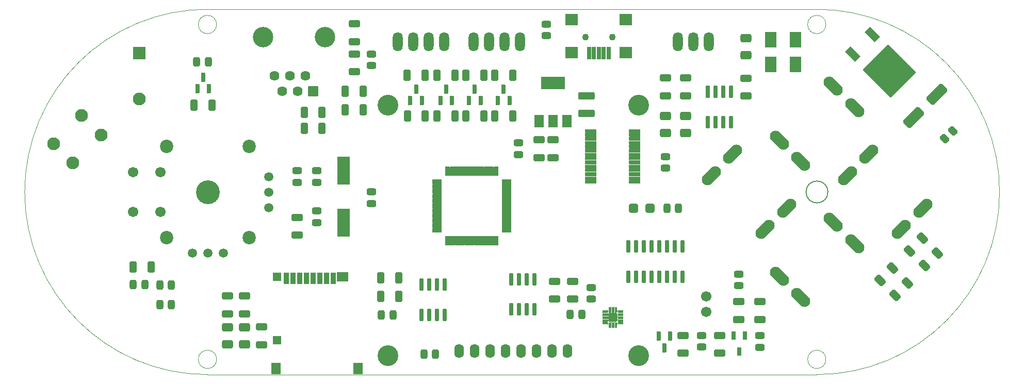
<source format=gbr>
%TF.GenerationSoftware,KiCad,Pcbnew,(6.0.9)*%
%TF.CreationDate,2022-12-14T16:33:37-05:00*%
%TF.ProjectId,Game_Cat_R3,47616d65-5f43-4617-945f-52332e6b6963,3.5*%
%TF.SameCoordinates,Original*%
%TF.FileFunction,Soldermask,Top*%
%TF.FilePolarity,Negative*%
%FSLAX46Y46*%
G04 Gerber Fmt 4.6, Leading zero omitted, Abs format (unit mm)*
G04 Created by KiCad (PCBNEW (6.0.9)) date 2022-12-14 16:33:37*
%MOMM*%
%LPD*%
G01*
G04 APERTURE LIST*
G04 Aperture macros list*
%AMRoundRect*
0 Rectangle with rounded corners*
0 $1 Rounding radius*
0 $2 $3 $4 $5 $6 $7 $8 $9 X,Y pos of 4 corners*
0 Add a 4 corners polygon primitive as box body*
4,1,4,$2,$3,$4,$5,$6,$7,$8,$9,$2,$3,0*
0 Add four circle primitives for the rounded corners*
1,1,$1+$1,$2,$3*
1,1,$1+$1,$4,$5*
1,1,$1+$1,$6,$7*
1,1,$1+$1,$8,$9*
0 Add four rect primitives between the rounded corners*
20,1,$1+$1,$2,$3,$4,$5,0*
20,1,$1+$1,$4,$5,$6,$7,0*
20,1,$1+$1,$6,$7,$8,$9,0*
20,1,$1+$1,$8,$9,$2,$3,0*%
%AMHorizOval*
0 Thick line with rounded ends*
0 $1 width*
0 $2 $3 position (X,Y) of the first rounded end (center of the circle)*
0 $4 $5 position (X,Y) of the second rounded end (center of the circle)*
0 Add line between two ends*
20,1,$1,$2,$3,$4,$5,0*
0 Add two circle primitives to create the rounded ends*
1,1,$1,$2,$3*
1,1,$1,$4,$5*%
G04 Aperture macros list end*
%TA.AperFunction,Profile*%
%ADD10C,0.100000*%
%TD*%
%TA.AperFunction,Profile*%
%ADD11C,0.200000*%
%TD*%
%ADD12RoundRect,0.200800X-0.150000X0.825000X-0.150000X-0.825000X0.150000X-0.825000X0.150000X0.825000X0*%
%ADD13RoundRect,0.300800X0.625000X-0.312500X0.625000X0.312500X-0.625000X0.312500X-0.625000X-0.312500X0*%
%ADD14RoundRect,0.300800X-0.625000X0.312500X-0.625000X-0.312500X0.625000X-0.312500X0.625000X0.312500X0*%
%ADD15RoundRect,0.300800X0.312500X0.625000X-0.312500X0.625000X-0.312500X-0.625000X0.312500X-0.625000X0*%
%ADD16RoundRect,0.300800X-1.075000X0.312500X-1.075000X-0.312500X1.075000X-0.312500X1.075000X0.312500X0*%
%ADD17C,2.101600*%
%ADD18C,1.701600*%
%ADD19RoundRect,0.200800X0.150000X-0.587500X0.150000X0.587500X-0.150000X0.587500X-0.150000X-0.587500X0*%
%ADD20RoundRect,0.050800X0.875000X0.225000X-0.875000X0.225000X-0.875000X-0.225000X0.875000X-0.225000X0*%
%ADD21RoundRect,0.300800X-0.312500X-0.625000X0.312500X-0.625000X0.312500X0.625000X-0.312500X0.625000X0*%
%ADD22RoundRect,0.050800X0.750000X-1.000000X0.750000X1.000000X-0.750000X1.000000X-0.750000X-1.000000X0*%
%ADD23RoundRect,0.050800X1.900000X-1.000000X1.900000X1.000000X-1.900000X1.000000X-1.900000X-1.000000X0*%
%ADD24RoundRect,0.050800X-0.325000X0.610000X-0.325000X-0.610000X0.325000X-0.610000X0.325000X0.610000X0*%
%ADD25RoundRect,0.300800X-0.250000X-0.475000X0.250000X-0.475000X0.250000X0.475000X-0.250000X0.475000X0*%
%ADD26RoundRect,0.300800X0.625000X-0.375000X0.625000X0.375000X-0.625000X0.375000X-0.625000X-0.375000X0*%
%ADD27C,1.101600*%
%ADD28RoundRect,0.050800X0.250000X1.000000X-0.250000X1.000000X-0.250000X-1.000000X0.250000X-1.000000X0*%
%ADD29RoundRect,0.050800X1.000000X0.850000X-1.000000X0.850000X-1.000000X-0.850000X1.000000X-0.850000X0*%
%ADD30O,1.625600X3.149600*%
%ADD31C,3.351600*%
%ADD32RoundRect,0.050800X0.760000X0.760000X-0.760000X0.760000X-0.760000X-0.760000X0.760000X-0.760000X0*%
%ADD33C,1.621600*%
%ADD34C,3.911600*%
%ADD35C,1.498600*%
%ADD36C,2.197100*%
%ADD37RoundRect,0.300800X0.671751X1.449569X-1.449569X-0.671751X-0.671751X-1.449569X1.449569X0.671751X0*%
%ADD38RoundRect,0.300800X0.159099X-0.512652X0.512652X-0.159099X-0.159099X0.512652X-0.512652X0.159099X0*%
%ADD39RoundRect,0.300800X0.250000X0.475000X-0.250000X0.475000X-0.250000X-0.475000X0.250000X-0.475000X0*%
%ADD40HorizOval,1.892300X-0.633108X0.633108X0.633108X-0.633108X0*%
%ADD41RoundRect,0.200800X-0.150000X0.587500X-0.150000X-0.587500X0.150000X-0.587500X0.150000X0.587500X0*%
%ADD42RoundRect,0.050800X0.750000X0.275000X-0.750000X0.275000X-0.750000X-0.275000X0.750000X-0.275000X0*%
%ADD43RoundRect,0.050800X-0.275000X0.750000X-0.275000X-0.750000X0.275000X-0.750000X0.275000X0.750000X0*%
%ADD44RoundRect,0.300800X0.475000X-0.250000X0.475000X0.250000X-0.475000X0.250000X-0.475000X-0.250000X0*%
%ADD45RoundRect,0.050800X-1.000000X1.000000X-1.000000X-1.000000X1.000000X-1.000000X1.000000X1.000000X0*%
%ADD46HorizOval,1.892300X0.633108X0.633108X-0.633108X-0.633108X0*%
%ADD47RoundRect,0.050800X1.000000X-2.250000X1.000000X2.250000X-1.000000X2.250000X-1.000000X-2.250000X0*%
%ADD48RoundRect,0.050800X0.900000X-1.250000X0.900000X1.250000X-0.900000X1.250000X-0.900000X-1.250000X0*%
%ADD49RoundRect,0.300800X0.220971X-0.662913X0.662913X-0.220971X-0.220971X0.662913X-0.662913X0.220971X0*%
%ADD50RoundRect,0.300800X-0.475000X0.250000X-0.475000X-0.250000X0.475000X-0.250000X0.475000X0.250000X0*%
%ADD51RoundRect,0.200800X0.150000X-0.825000X0.150000X0.825000X-0.150000X0.825000X-0.150000X-0.825000X0*%
%ADD52HorizOval,1.892300X-0.633108X-0.633108X0.633108X0.633108X0*%
%ADD53RoundRect,0.300800X-0.625000X0.375000X-0.625000X-0.375000X0.625000X-0.375000X0.625000X0.375000X0*%
%ADD54RoundRect,0.300800X-0.220971X0.662913X-0.662913X0.220971X0.220971X-0.662913X0.662913X-0.220971X0*%
%ADD55RoundRect,0.050800X-0.625000X-0.625000X0.625000X-0.625000X0.625000X0.625000X-0.625000X0.625000X0*%
%ADD56RoundRect,0.050800X-0.406500X-0.152500X0.406500X-0.152500X0.406500X0.152500X-0.406500X0.152500X0*%
%ADD57RoundRect,0.050800X-0.152500X-0.406500X0.152500X-0.406500X0.152500X0.406500X-0.152500X0.406500X0*%
%ADD58RoundRect,0.300800X-0.450000X-0.425000X0.450000X-0.425000X0.450000X0.425000X-0.450000X0.425000X0*%
%ADD59RoundRect,0.050800X-1.202082X0.353553X0.353553X-1.202082X1.202082X-0.353553X-0.353553X1.202082X0*%
%ADD60RoundRect,0.050800X-4.313351X0.212132X0.212132X-4.313351X4.313351X-0.212132X-0.212132X4.313351X0*%
%ADD61RoundRect,0.050800X-0.400050X-0.839470X0.400050X-0.839470X0.400050X0.839470X-0.400050X0.839470X0*%
%ADD62RoundRect,0.050800X-0.645160X-0.650240X0.645160X-0.650240X0.645160X0.650240X-0.645160X0.650240X0*%
%ADD63RoundRect,0.050800X-0.849630X-0.750570X0.849630X-0.750570X0.849630X0.750570X-0.849630X0.750570X0*%
%ADD64RoundRect,0.050800X-0.750570X-0.849630X0.750570X-0.849630X0.750570X0.849630X-0.750570X0.849630X0*%
%ADD65O,1.600200X2.286000*%
%ADD66C,3.403600*%
G04 APERTURE END LIST*
D10*
X92730000Y-126550000D02*
G75*
G03*
X92730000Y-126550000I-1500000J0D01*
G01*
X192730000Y-71550000D02*
G75*
G03*
X192730000Y-71550000I-1500000J0D01*
G01*
X192730000Y-126550000D02*
G75*
G03*
X192730000Y-126550000I-1500000J0D01*
G01*
D11*
X93032851Y-99092749D02*
G75*
G03*
X93032851Y-99092749I-1796051J0D01*
G01*
X193058051Y-99060000D02*
G75*
G03*
X193058051Y-99060000I-1796051J0D01*
G01*
D10*
X61230000Y-99050000D02*
G75*
G03*
X91230000Y-129050000I30000000J0D01*
G01*
X91230000Y-69050000D02*
G75*
G03*
X61230000Y-99050000I0J-30000000D01*
G01*
X191230000Y-129050000D02*
X91230000Y-129050000D01*
X221230000Y-99050000D02*
G75*
G03*
X191230000Y-69050000I-30000000J0D01*
G01*
X91230000Y-69050000D02*
X191230000Y-69050000D01*
X92730000Y-71550000D02*
G75*
G03*
X92730000Y-71550000I-1500000J0D01*
G01*
X191230000Y-129050000D02*
G75*
G03*
X221230000Y-99050000I0J30000000D01*
G01*
X92730000Y-126550000D02*
G75*
G03*
X92730000Y-126550000I-1500000J0D01*
G01*
X192730000Y-71550000D02*
G75*
G03*
X192730000Y-71550000I-1500000J0D01*
G01*
X192730000Y-126550000D02*
G75*
G03*
X192730000Y-126550000I-1500000J0D01*
G01*
D11*
X93032851Y-99092749D02*
G75*
G03*
X93032851Y-99092749I-1796051J0D01*
G01*
X193058051Y-99060000D02*
G75*
G03*
X193058051Y-99060000I-1796051J0D01*
G01*
D10*
X61230000Y-99050000D02*
G75*
G03*
X91230000Y-129050000I30000000J0D01*
G01*
X91230000Y-69050000D02*
G75*
G03*
X61230000Y-99050000I0J-30000000D01*
G01*
X191230000Y-129050000D02*
X91230000Y-129050000D01*
X221230000Y-99050000D02*
G75*
G03*
X191230000Y-69050000I-30000000J0D01*
G01*
X91230000Y-69050000D02*
X191230000Y-69050000D01*
X92730000Y-71550000D02*
G75*
G03*
X92730000Y-71550000I-1500000J0D01*
G01*
X191230000Y-129050000D02*
G75*
G03*
X221230000Y-99050000I0J30000000D01*
G01*
D12*
%TO.C,U2*%
X169164000Y-108015000D03*
X167894000Y-108015000D03*
X166624000Y-108015000D03*
X165354000Y-108015000D03*
X164084000Y-108015000D03*
X162814000Y-108015000D03*
X161544000Y-108015000D03*
X160274000Y-108015000D03*
X160274000Y-112965000D03*
X161544000Y-112965000D03*
X162814000Y-112965000D03*
X164084000Y-112965000D03*
X165354000Y-112965000D03*
X166624000Y-112965000D03*
X167894000Y-112965000D03*
X169164000Y-112965000D03*
%TD*%
D13*
%TO.C,R29*%
X115316000Y-74375200D03*
X115316000Y-71450200D03*
%TD*%
D14*
%TO.C,R1*%
X94488000Y-116139500D03*
X94488000Y-119064500D03*
%TD*%
D15*
%TO.C,R15*%
X91952000Y-84836000D03*
X89027000Y-84836000D03*
%TD*%
D16*
%TO.C,F1*%
X153416000Y-83246500D03*
X153416000Y-86171500D03*
%TD*%
D17*
%TO.C,SW5*%
X73739088Y-89715734D03*
X69142894Y-94311928D03*
X65960913Y-91129948D03*
X70557107Y-86533753D03*
%TD*%
D18*
%TO.C,R7*%
X173101000Y-118745000D03*
X173101000Y-116205000D03*
%TD*%
D15*
%TO.C,R18*%
X131853400Y-79872840D03*
X128928400Y-79872840D03*
%TD*%
D19*
%TO.C,Q4*%
X124526000Y-84033870D03*
X126426000Y-84033870D03*
X125476000Y-82158870D03*
%TD*%
D14*
%TO.C,R36*%
X166370000Y-80325500D03*
X166370000Y-83250500D03*
%TD*%
D19*
%TO.C,Q6*%
X134152600Y-84033870D03*
X136052600Y-84033870D03*
X135102600Y-82158870D03*
%TD*%
D13*
%TO.C,R16*%
X148209000Y-116651500D03*
X148209000Y-113726500D03*
%TD*%
D20*
%TO.C,U8*%
X161334000Y-97443000D03*
X161334000Y-96793000D03*
X161334000Y-96143000D03*
X161334000Y-95493000D03*
X161334000Y-94843000D03*
X161334000Y-94193000D03*
X161334000Y-93543000D03*
X161334000Y-92893000D03*
X161334000Y-92243000D03*
X161334000Y-91593000D03*
X161334000Y-90943000D03*
X161334000Y-90293000D03*
X161334000Y-89643000D03*
X161334000Y-88993000D03*
X154134000Y-88993000D03*
X154134000Y-89643000D03*
X154134000Y-90293000D03*
X154134000Y-90943000D03*
X154134000Y-91593000D03*
X154134000Y-92243000D03*
X154134000Y-92893000D03*
X154134000Y-93543000D03*
X154134000Y-94193000D03*
X154134000Y-94843000D03*
X154134000Y-95493000D03*
X154134000Y-96143000D03*
X154134000Y-96793000D03*
X154134000Y-97443000D03*
%TD*%
D21*
%TO.C,R34*%
X113853500Y-82550000D03*
X116778500Y-82550000D03*
%TD*%
D22*
%TO.C,Q7*%
X145653760Y-87454740D03*
X147953760Y-87454740D03*
X150253760Y-87454740D03*
D23*
X147953760Y-81154740D03*
%TD*%
D24*
%TO.C,U3*%
X179448500Y-122682000D03*
X177548500Y-122682000D03*
X178498500Y-125302000D03*
%TD*%
D21*
%TO.C,R9*%
X119695500Y-113157000D03*
X122620500Y-113157000D03*
%TD*%
D25*
%TO.C,C24*%
X166624000Y-101727000D03*
X168524000Y-101727000D03*
%TD*%
D26*
%TO.C,LD2*%
X97345500Y-124079000D03*
X97345500Y-121279000D03*
%TD*%
D21*
%TO.C,R31*%
X107122500Y-88646000D03*
X110047500Y-88646000D03*
%TD*%
D15*
%TO.C,R26*%
X141314900Y-86563200D03*
X138389900Y-86563200D03*
%TD*%
%TO.C,R21*%
X126951200Y-86563200D03*
X124026200Y-86563200D03*
%TD*%
D14*
%TO.C,R38*%
X145653760Y-90485500D03*
X145653760Y-93410500D03*
%TD*%
%TO.C,R8*%
X181864000Y-117094000D03*
X181864000Y-120019000D03*
%TD*%
%TO.C,R35*%
X169672000Y-80325500D03*
X169672000Y-83250500D03*
%TD*%
D15*
%TO.C,R20*%
X126938500Y-79872840D03*
X124013500Y-79872840D03*
%TD*%
D27*
%TO.C,USB1*%
X157650340Y-73588900D03*
X153250340Y-73588900D03*
D28*
X157050340Y-76288900D03*
X156250340Y-76288900D03*
X155450340Y-76288900D03*
X154650340Y-76288900D03*
X153850340Y-76288900D03*
D29*
X159900340Y-70738900D03*
X151000340Y-70738900D03*
X151000340Y-76188900D03*
X159900340Y-76188900D03*
%TD*%
D30*
%TO.C,J4*%
X173482000Y-74422000D03*
X170942000Y-74422000D03*
X168402000Y-74422000D03*
%TD*%
D14*
%TO.C,R12*%
X175260000Y-122616500D03*
X175260000Y-125541500D03*
%TD*%
D31*
%TO.C,RJ1*%
X110495000Y-73660000D03*
X100335000Y-73660000D03*
D32*
X108585000Y-82550000D03*
D33*
X107315000Y-80010000D03*
X106045000Y-82550000D03*
X104775000Y-80010000D03*
X103505000Y-82550000D03*
X102235000Y-80010000D03*
%TD*%
D34*
%TO.C,J1*%
X91277081Y-99085400D03*
D35*
X88737081Y-109118400D03*
X91277081Y-109118400D03*
X93817081Y-109118400D03*
X101310081Y-101625400D03*
X101310081Y-99085400D03*
X101310081Y-96545400D03*
D18*
X79027081Y-102335400D03*
X79027081Y-95835400D03*
X83527081Y-102335400D03*
X83527081Y-95835400D03*
D36*
X84482581Y-106578400D03*
X98071581Y-106578400D03*
X84482581Y-91592400D03*
X98071581Y-91592400D03*
%TD*%
D37*
%TO.C,C22*%
X210951188Y-83053812D03*
X207132812Y-86872188D03*
%TD*%
D38*
%TO.C,C23*%
X212180249Y-90333751D03*
X213523751Y-88990249D03*
%TD*%
D39*
%TO.C,C6*%
X128651000Y-125730000D03*
X126751000Y-125730000D03*
%TD*%
D25*
%TO.C,C14*%
X89474000Y-77724000D03*
X91374000Y-77724000D03*
%TD*%
D19*
%TO.C,Q2*%
X89601000Y-82090500D03*
X91501000Y-82090500D03*
X90551000Y-80215500D03*
%TD*%
D40*
%TO.C,SW4*%
X197440416Y-85225844D03*
X188603844Y-94062416D03*
X193920156Y-81705584D03*
X185083584Y-90542156D03*
%TD*%
D13*
%TO.C,R5*%
X105918000Y-106172000D03*
X105918000Y-103247000D03*
%TD*%
D41*
%TO.C,Q1*%
X167193000Y-122760500D03*
X165293000Y-122760500D03*
X166243000Y-124635500D03*
%TD*%
D42*
%TO.C,U1*%
X140320000Y-105346000D03*
X140320000Y-104546000D03*
X140320000Y-103746000D03*
X140320000Y-102946000D03*
X140320000Y-102146000D03*
X140320000Y-101346000D03*
X140320000Y-100546000D03*
X140320000Y-99746000D03*
X140320000Y-98946000D03*
X140320000Y-98146000D03*
X140320000Y-97346000D03*
D43*
X138620000Y-95646000D03*
X137820000Y-95646000D03*
X137020000Y-95646000D03*
X136220000Y-95646000D03*
X135420000Y-95646000D03*
X134620000Y-95646000D03*
X133820000Y-95646000D03*
X133020000Y-95646000D03*
X132220000Y-95646000D03*
X131420000Y-95646000D03*
X130620000Y-95646000D03*
D42*
X128920000Y-97346000D03*
X128920000Y-98146000D03*
X128920000Y-98946000D03*
X128920000Y-99746000D03*
X128920000Y-100546000D03*
X128920000Y-101346000D03*
X128920000Y-102146000D03*
X128920000Y-102946000D03*
X128920000Y-103746000D03*
X128920000Y-104546000D03*
X128920000Y-105346000D03*
D43*
X130620000Y-107046000D03*
X131420000Y-107046000D03*
X132220000Y-107046000D03*
X133020000Y-107046000D03*
X133820000Y-107046000D03*
X134620000Y-107046000D03*
X135420000Y-107046000D03*
X136220000Y-107046000D03*
X137020000Y-107046000D03*
X137820000Y-107046000D03*
X138620000Y-107046000D03*
%TD*%
D30*
%TO.C,J3*%
X142489766Y-74422000D03*
X139949766Y-74422000D03*
X137409766Y-74422000D03*
X134869766Y-74422000D03*
%TD*%
D44*
%TO.C,C9*%
X105918000Y-97470000D03*
X105918000Y-95570000D03*
%TD*%
D26*
%TO.C,D5*%
X179598000Y-76584000D03*
X179598000Y-73784000D03*
%TD*%
D45*
%TO.C,BZ1*%
X80010000Y-76210000D03*
D17*
X80010000Y-83810000D03*
%TD*%
D30*
%TO.C,J2*%
X130052233Y-74422000D03*
X127512233Y-74422000D03*
X124972233Y-74422000D03*
X122432233Y-74422000D03*
%TD*%
D46*
%TO.C,SW3*%
X205096156Y-105238416D03*
X196259584Y-96401844D03*
X208616416Y-101718156D03*
X199779844Y-92881584D03*
%TD*%
D47*
%TO.C,X1*%
X113538000Y-104072000D03*
X113538000Y-95572000D03*
%TD*%
D48*
%TO.C,D1*%
X187706000Y-78073000D03*
X187706000Y-74073000D03*
%TD*%
D44*
%TO.C,C13*%
X172339000Y-124516500D03*
X172339000Y-122616500D03*
%TD*%
D49*
%TO.C,R10*%
X208922256Y-111168544D03*
X210990544Y-109100256D03*
%TD*%
D50*
%TO.C,C2*%
X109169200Y-102172000D03*
X109169200Y-104072000D03*
%TD*%
D44*
%TO.C,C17*%
X118110000Y-78303200D03*
X118110000Y-76403200D03*
%TD*%
D51*
%TO.C,U6*%
X173355000Y-87565000D03*
X174625000Y-87565000D03*
X175895000Y-87565000D03*
X177165000Y-87565000D03*
X177165000Y-82615000D03*
X175895000Y-82615000D03*
X174625000Y-82615000D03*
X173355000Y-82615000D03*
%TD*%
D15*
%TO.C,R25*%
X141314900Y-79872840D03*
X138389900Y-79872840D03*
%TD*%
D52*
%TO.C,SW2*%
X177427844Y-92881584D03*
X186264416Y-101718156D03*
X173907584Y-96401844D03*
X182744156Y-105238416D03*
%TD*%
D50*
%TO.C,C19*%
X146812000Y-71501000D03*
X146812000Y-73401000D03*
%TD*%
D14*
%TO.C,R4*%
X169291000Y-122616500D03*
X169291000Y-125541500D03*
%TD*%
%TO.C,R23*%
X100076000Y-121236500D03*
X100076000Y-124161500D03*
%TD*%
D19*
%TO.C,Q3*%
X129440900Y-84033870D03*
X131340900Y-84033870D03*
X130390900Y-82158870D03*
%TD*%
D53*
%TO.C,D4*%
X166370000Y-86585600D03*
X166370000Y-89385600D03*
%TD*%
D54*
%TO.C,R13*%
X206113744Y-113977056D03*
X204045456Y-116045344D03*
%TD*%
D39*
%TO.C,C10*%
X85313600Y-114312700D03*
X83413600Y-114312700D03*
%TD*%
D54*
%TO.C,R14*%
X203675344Y-111538656D03*
X201607056Y-113606944D03*
%TD*%
D44*
%TO.C,C11*%
X178435000Y-114427000D03*
X178435000Y-112527000D03*
%TD*%
D39*
%TO.C,C16*%
X152660000Y-119150000D03*
X150760000Y-119150000D03*
%TD*%
D51*
%TO.C,U4*%
X141097000Y-118364000D03*
X142367000Y-118364000D03*
X143637000Y-118364000D03*
X144907000Y-118364000D03*
X144907000Y-113414000D03*
X143637000Y-113414000D03*
X142367000Y-113414000D03*
X141097000Y-113414000D03*
%TD*%
D39*
%TO.C,C7*%
X85313600Y-117544850D03*
X83413600Y-117544850D03*
%TD*%
D55*
%TO.C,U7*%
X157728996Y-119650000D03*
D56*
X156453996Y-118650000D03*
X156453996Y-119150000D03*
X156453996Y-119650000D03*
X156453996Y-120150000D03*
X156453996Y-120650000D03*
D57*
X157228996Y-120925000D03*
X157728996Y-120925000D03*
X158228996Y-120925000D03*
D56*
X159003996Y-120650000D03*
X159003996Y-120150000D03*
X159003996Y-119650000D03*
X159003996Y-119150000D03*
X159003996Y-118650000D03*
D57*
X158228996Y-118375000D03*
X157728996Y-118375000D03*
X157228996Y-118375000D03*
%TD*%
D40*
%TO.C,SW1*%
X185083584Y-112894156D03*
X193920156Y-104057584D03*
X188603844Y-116414416D03*
X197440416Y-107577844D03*
%TD*%
D48*
%TO.C,D2*%
X183642000Y-78073000D03*
X183642000Y-74073000D03*
%TD*%
D14*
%TO.C,R30*%
X115316000Y-76403200D03*
X115316000Y-79328200D03*
%TD*%
D44*
%TO.C,C15*%
X154178000Y-116651500D03*
X154178000Y-114751500D03*
%TD*%
D25*
%TO.C,C8*%
X119761000Y-119253000D03*
X121661000Y-119253000D03*
%TD*%
D50*
%TO.C,C1*%
X109169200Y-95572000D03*
X109169200Y-97472000D03*
%TD*%
D15*
%TO.C,R19*%
X131815300Y-86563200D03*
X128890300Y-86563200D03*
%TD*%
D50*
%TO.C,C18*%
X142290800Y-90998000D03*
X142290800Y-92898000D03*
%TD*%
D12*
%TO.C,U5*%
X130175000Y-114303000D03*
X128905000Y-114303000D03*
X127635000Y-114303000D03*
X126365000Y-114303000D03*
X126365000Y-119253000D03*
X127635000Y-119253000D03*
X128905000Y-119253000D03*
X130175000Y-119253000D03*
%TD*%
D21*
%TO.C,R22*%
X119695500Y-116205000D03*
X122620500Y-116205000D03*
%TD*%
%TO.C,R33*%
X113853500Y-85598000D03*
X116778500Y-85598000D03*
%TD*%
D50*
%TO.C,C12*%
X181864000Y-122682000D03*
X181864000Y-124582000D03*
%TD*%
D19*
%TO.C,Q5*%
X138902400Y-84033870D03*
X140802400Y-84033870D03*
X139852400Y-82158870D03*
%TD*%
D13*
%TO.C,R37*%
X147953760Y-93410500D03*
X147953760Y-90485500D03*
%TD*%
%TO.C,R6*%
X178409600Y-120019000D03*
X178409600Y-117094000D03*
%TD*%
D53*
%TO.C,D3*%
X169672000Y-86585600D03*
X169672000Y-89385600D03*
%TD*%
D14*
%TO.C,R2*%
X97345500Y-116139500D03*
X97345500Y-119064500D03*
%TD*%
D50*
%TO.C,C3*%
X118110000Y-99062500D03*
X118110000Y-100962500D03*
%TD*%
D21*
%TO.C,R3*%
X79027081Y-111379000D03*
X81952081Y-111379000D03*
%TD*%
D25*
%TO.C,C5*%
X79027081Y-114300000D03*
X80927081Y-114300000D03*
%TD*%
D15*
%TO.C,R28*%
X136565100Y-86563200D03*
X133640100Y-86563200D03*
%TD*%
D14*
%TO.C,R24*%
X179598000Y-80391000D03*
X179598000Y-83316000D03*
%TD*%
D58*
%TO.C,C4*%
X161150000Y-101727000D03*
X163850000Y-101727000D03*
%TD*%
D44*
%TO.C,C25*%
X166370000Y-95147000D03*
X166370000Y-93247000D03*
%TD*%
D49*
%TO.C,R11*%
X206483856Y-108730144D03*
X208552144Y-106661856D03*
%TD*%
D59*
%TO.C,U10*%
X200318355Y-73181066D03*
D60*
X203160924Y-79248042D03*
D59*
X197093948Y-76405473D03*
%TD*%
D61*
%TO.C,SD1*%
X111861600Y-113266220D03*
X110761780Y-113266220D03*
X109661960Y-113266220D03*
X108562140Y-113266220D03*
X107459780Y-113266220D03*
X106359960Y-113266220D03*
X105260140Y-113266220D03*
X104160320Y-113266220D03*
D62*
X102616000Y-113030000D03*
X102616000Y-123444000D03*
D63*
X113411000Y-112966500D03*
D64*
X102471220Y-128026160D03*
X115968780Y-128026160D03*
%TD*%
D26*
%TO.C,LD1*%
X94488000Y-124079000D03*
X94488000Y-121279000D03*
%TD*%
D13*
%TO.C,R17*%
X151130000Y-116651500D03*
X151130000Y-113726500D03*
%TD*%
D15*
%TO.C,R27*%
X136565100Y-79872840D03*
X133640100Y-79872840D03*
%TD*%
D65*
%TO.C,LCD1*%
X132540000Y-125222000D03*
X135080000Y-125222000D03*
X137620000Y-125222000D03*
X140160000Y-125222000D03*
X142700000Y-125222000D03*
X145240000Y-125222000D03*
X147780000Y-125222000D03*
D66*
X120846000Y-84828000D03*
X120846000Y-125976000D03*
D65*
X150320000Y-125222000D03*
D66*
X161994000Y-84828000D03*
X161994000Y-125976000D03*
%TD*%
D21*
%TO.C,R32*%
X107122500Y-85979000D03*
X110047500Y-85979000D03*
%TD*%
G36*
X158380291Y-120318555D02*
G01*
X158379908Y-120319869D01*
X158347334Y-120364295D01*
X158351215Y-120423522D01*
X158387426Y-120461349D01*
X158387671Y-120462353D01*
X158389474Y-120463557D01*
X158389808Y-120463837D01*
X158392424Y-120466570D01*
X158395345Y-120467561D01*
X158395813Y-120467792D01*
X158397671Y-120469034D01*
X158398556Y-120470828D01*
X158397444Y-120472491D01*
X158396170Y-120472659D01*
X158381297Y-120469700D01*
X158076695Y-120469700D01*
X158057835Y-120473452D01*
X158042017Y-120484021D01*
X158031448Y-120499839D01*
X158027696Y-120518699D01*
X158027696Y-121331301D01*
X158031448Y-121350161D01*
X158039759Y-121362599D01*
X158039890Y-121364595D01*
X158038227Y-121365706D01*
X158036985Y-121365373D01*
X158027568Y-121359081D01*
X157969430Y-121344855D01*
X157930519Y-121359018D01*
X157921007Y-121365373D01*
X157919011Y-121365504D01*
X157917900Y-121363841D01*
X157918233Y-121362599D01*
X157926544Y-121350161D01*
X157930296Y-121331301D01*
X157930296Y-120518699D01*
X157926544Y-120499839D01*
X157915975Y-120484021D01*
X157900157Y-120473452D01*
X157881297Y-120469700D01*
X157576695Y-120469700D01*
X157557835Y-120473452D01*
X157542017Y-120484021D01*
X157531448Y-120499839D01*
X157527696Y-120518699D01*
X157527696Y-121331301D01*
X157531448Y-121350161D01*
X157539759Y-121362599D01*
X157539890Y-121364595D01*
X157538227Y-121365706D01*
X157536985Y-121365373D01*
X157527568Y-121359081D01*
X157469430Y-121344855D01*
X157430519Y-121359018D01*
X157421007Y-121365373D01*
X157419011Y-121365504D01*
X157417900Y-121363841D01*
X157418233Y-121362599D01*
X157426544Y-121350161D01*
X157430296Y-121331301D01*
X157430296Y-120518699D01*
X157426544Y-120499839D01*
X157415975Y-120484021D01*
X157400157Y-120473452D01*
X157381297Y-120469700D01*
X157076695Y-120469700D01*
X157061824Y-120472658D01*
X157059930Y-120472015D01*
X157059540Y-120470053D01*
X157060323Y-120469033D01*
X157069651Y-120462800D01*
X157068665Y-120461325D01*
X157068534Y-120459330D01*
X157069291Y-120458504D01*
X157095025Y-120442890D01*
X157114105Y-120386685D01*
X157092508Y-120331144D01*
X157083861Y-120323561D01*
X157083218Y-120321667D01*
X157084537Y-120320163D01*
X157085570Y-120320095D01*
X157104195Y-120323800D01*
X157472766Y-120323800D01*
X157474498Y-120324800D01*
X157474498Y-120326800D01*
X157473450Y-120327679D01*
X157416991Y-120348228D01*
X157387314Y-120399631D01*
X157397644Y-120458216D01*
X157424686Y-120487085D01*
X157430430Y-120490923D01*
X157488569Y-120505144D01*
X157527467Y-120490986D01*
X157533204Y-120487153D01*
X157568527Y-120438987D01*
X157564651Y-120379759D01*
X157523518Y-120336784D01*
X157484772Y-120327748D01*
X157483312Y-120326381D01*
X157483766Y-120324433D01*
X157485226Y-120323800D01*
X157972762Y-120323800D01*
X157974494Y-120324800D01*
X157974494Y-120326800D01*
X157973446Y-120327679D01*
X157916990Y-120348227D01*
X157887313Y-120399630D01*
X157897643Y-120458215D01*
X157924682Y-120487082D01*
X157930427Y-120490921D01*
X157988565Y-120505144D01*
X158027470Y-120490984D01*
X158033208Y-120487150D01*
X158068529Y-120438983D01*
X158064651Y-120379755D01*
X158023516Y-120336782D01*
X157984777Y-120327748D01*
X157983317Y-120326381D01*
X157983771Y-120324433D01*
X157985231Y-120323800D01*
X158353797Y-120323800D01*
X158372656Y-120320048D01*
X158377184Y-120317023D01*
X158379179Y-120316892D01*
X158380291Y-120318555D01*
G37*
G36*
X158553691Y-120475981D02*
G01*
X158553384Y-120477440D01*
X158552447Y-120478841D01*
X158548696Y-120497699D01*
X158548696Y-120802301D01*
X158552448Y-120821161D01*
X158563017Y-120836979D01*
X158566843Y-120839535D01*
X158567728Y-120841329D01*
X158566617Y-120842992D01*
X158565257Y-120843141D01*
X158511746Y-120830049D01*
X158458547Y-120856285D01*
X158434152Y-120917046D01*
X158432579Y-120918281D01*
X158430723Y-120917536D01*
X158430296Y-120916301D01*
X158430296Y-120518699D01*
X158426544Y-120499839D01*
X158418233Y-120487401D01*
X158418102Y-120485405D01*
X158419765Y-120484294D01*
X158421007Y-120484627D01*
X158430337Y-120490861D01*
X158431406Y-120489261D01*
X158433200Y-120488376D01*
X158434252Y-120488759D01*
X158458194Y-120506316D01*
X158517495Y-120502434D01*
X158550436Y-120474796D01*
X158552405Y-120474449D01*
X158553691Y-120475981D01*
G37*
G36*
X156906806Y-120473744D02*
G01*
X156951230Y-120506317D01*
X157010531Y-120502432D01*
X157024747Y-120490502D01*
X157026717Y-120490155D01*
X157027634Y-120490875D01*
X157036984Y-120484627D01*
X157038980Y-120484496D01*
X157040091Y-120486159D01*
X157039758Y-120487401D01*
X157031448Y-120499839D01*
X157027696Y-120518699D01*
X157027696Y-120916303D01*
X157026696Y-120918035D01*
X157024696Y-120918035D01*
X157023817Y-120916987D01*
X157003267Y-120860528D01*
X156951897Y-120830870D01*
X156892307Y-120843399D01*
X156890406Y-120842777D01*
X156889994Y-120840820D01*
X156890784Y-120839779D01*
X156894975Y-120836979D01*
X156905544Y-120821161D01*
X156909296Y-120802301D01*
X156909296Y-120497699D01*
X156905544Y-120478839D01*
X156903960Y-120476468D01*
X156903829Y-120474472D01*
X156905492Y-120473361D01*
X156906806Y-120473744D01*
G37*
G36*
X158566397Y-120339237D02*
G01*
X158578835Y-120347548D01*
X158597695Y-120351300D01*
X159410297Y-120351300D01*
X159429157Y-120347548D01*
X159441595Y-120339237D01*
X159443591Y-120339106D01*
X159444702Y-120340769D01*
X159444369Y-120342011D01*
X159438077Y-120351428D01*
X159423851Y-120409566D01*
X159438014Y-120448477D01*
X159444369Y-120457989D01*
X159444500Y-120459985D01*
X159442837Y-120461096D01*
X159441595Y-120460763D01*
X159429157Y-120452452D01*
X159410297Y-120448700D01*
X158597695Y-120448700D01*
X158578835Y-120452452D01*
X158566399Y-120460761D01*
X158564403Y-120460892D01*
X158563292Y-120459229D01*
X158563625Y-120457987D01*
X158569916Y-120448572D01*
X158584140Y-120390434D01*
X158569978Y-120351523D01*
X158563623Y-120342011D01*
X158563492Y-120340015D01*
X158565155Y-120338904D01*
X158566397Y-120339237D01*
G37*
G36*
X156016397Y-120339237D02*
G01*
X156028835Y-120347548D01*
X156047695Y-120351300D01*
X156860297Y-120351300D01*
X156879157Y-120347548D01*
X156891595Y-120339237D01*
X156893591Y-120339106D01*
X156894702Y-120340769D01*
X156894369Y-120342011D01*
X156888077Y-120351428D01*
X156873851Y-120409566D01*
X156888013Y-120448477D01*
X156894367Y-120457987D01*
X156894498Y-120459983D01*
X156892835Y-120461094D01*
X156891593Y-120460761D01*
X156879157Y-120452452D01*
X156860297Y-120448700D01*
X156047695Y-120448700D01*
X156028835Y-120452452D01*
X156016397Y-120460763D01*
X156014401Y-120460894D01*
X156013290Y-120459231D01*
X156013623Y-120457989D01*
X156019915Y-120448572D01*
X156034141Y-120390434D01*
X156019978Y-120351523D01*
X156013623Y-120342011D01*
X156013492Y-120340015D01*
X156015155Y-120338904D01*
X156016397Y-120339237D01*
G37*
G36*
X156909963Y-118981326D02*
G01*
X156916196Y-118990655D01*
X156917671Y-118989669D01*
X156919666Y-118989538D01*
X156920492Y-118990295D01*
X156936106Y-119016029D01*
X156992311Y-119035109D01*
X157047852Y-119013512D01*
X157055435Y-119004865D01*
X157057329Y-119004222D01*
X157058833Y-119005541D01*
X157058901Y-119006574D01*
X157055196Y-119025199D01*
X157055196Y-119393769D01*
X157054196Y-119395501D01*
X157052196Y-119395501D01*
X157051317Y-119394453D01*
X157030768Y-119337995D01*
X156979365Y-119308318D01*
X156920781Y-119318648D01*
X156891911Y-119345690D01*
X156888073Y-119351434D01*
X156873852Y-119409573D01*
X156888010Y-119448471D01*
X156891843Y-119454208D01*
X156940009Y-119489531D01*
X156999237Y-119485655D01*
X157042212Y-119444522D01*
X157051248Y-119405777D01*
X157052616Y-119404317D01*
X157054563Y-119404771D01*
X157055196Y-119406231D01*
X157055196Y-119893766D01*
X157054196Y-119895498D01*
X157052196Y-119895498D01*
X157051317Y-119894450D01*
X157030769Y-119837994D01*
X156979366Y-119808317D01*
X156920782Y-119818647D01*
X156891914Y-119845686D01*
X156888075Y-119851431D01*
X156873852Y-119909569D01*
X156888012Y-119948474D01*
X156891846Y-119954212D01*
X156940013Y-119989533D01*
X156999241Y-119985655D01*
X157042214Y-119944520D01*
X157051248Y-119905781D01*
X157052615Y-119904321D01*
X157054563Y-119904775D01*
X157055196Y-119906235D01*
X157055196Y-120274801D01*
X157058948Y-120293660D01*
X157061973Y-120298188D01*
X157062104Y-120300183D01*
X157060441Y-120301295D01*
X157059127Y-120300912D01*
X157014701Y-120268338D01*
X156955474Y-120272219D01*
X156917647Y-120308430D01*
X156916643Y-120308675D01*
X156915439Y-120310478D01*
X156915159Y-120310812D01*
X156912426Y-120313428D01*
X156911434Y-120316349D01*
X156911203Y-120316817D01*
X156909963Y-120318673D01*
X156908169Y-120319558D01*
X156906506Y-120318447D01*
X156906338Y-120317172D01*
X156909296Y-120302301D01*
X156909296Y-119997699D01*
X156905544Y-119978839D01*
X156894975Y-119963021D01*
X156879157Y-119952452D01*
X156860297Y-119948700D01*
X156047695Y-119948700D01*
X156028835Y-119952452D01*
X156016397Y-119960763D01*
X156014401Y-119960894D01*
X156013290Y-119959231D01*
X156013623Y-119957989D01*
X156019915Y-119948572D01*
X156034141Y-119890434D01*
X156019978Y-119851523D01*
X156013623Y-119842011D01*
X156013492Y-119840015D01*
X156015155Y-119838904D01*
X156016397Y-119839237D01*
X156028835Y-119847548D01*
X156047695Y-119851300D01*
X156860297Y-119851300D01*
X156879157Y-119847548D01*
X156894975Y-119836979D01*
X156905544Y-119821161D01*
X156909296Y-119802301D01*
X156909296Y-119497699D01*
X156905544Y-119478839D01*
X156894975Y-119463021D01*
X156879157Y-119452452D01*
X156860297Y-119448700D01*
X156047695Y-119448700D01*
X156028835Y-119452452D01*
X156016397Y-119460763D01*
X156014401Y-119460894D01*
X156013290Y-119459231D01*
X156013623Y-119457989D01*
X156019915Y-119448572D01*
X156034141Y-119390434D01*
X156019978Y-119351523D01*
X156013623Y-119342011D01*
X156013492Y-119340015D01*
X156015155Y-119338904D01*
X156016397Y-119339237D01*
X156028835Y-119347548D01*
X156047695Y-119351300D01*
X156860297Y-119351300D01*
X156879157Y-119347548D01*
X156894975Y-119336979D01*
X156905544Y-119321161D01*
X156909296Y-119302301D01*
X156909296Y-118997699D01*
X156906338Y-118982827D01*
X156906981Y-118980933D01*
X156908943Y-118980543D01*
X156909963Y-118981326D01*
G37*
G36*
X158551486Y-118981553D02*
G01*
X158551654Y-118982828D01*
X158548696Y-118997699D01*
X158548696Y-119302301D01*
X158552448Y-119321161D01*
X158563017Y-119336979D01*
X158578835Y-119347548D01*
X158597695Y-119351300D01*
X159410297Y-119351300D01*
X159429157Y-119347548D01*
X159441595Y-119339237D01*
X159443591Y-119339106D01*
X159444702Y-119340769D01*
X159444369Y-119342011D01*
X159438077Y-119351428D01*
X159423851Y-119409566D01*
X159438014Y-119448477D01*
X159444369Y-119457989D01*
X159444500Y-119459985D01*
X159442837Y-119461096D01*
X159441595Y-119460763D01*
X159429157Y-119452452D01*
X159410297Y-119448700D01*
X158597695Y-119448700D01*
X158578835Y-119452452D01*
X158563017Y-119463021D01*
X158552448Y-119478839D01*
X158548696Y-119497699D01*
X158548696Y-119802301D01*
X158552448Y-119821161D01*
X158563017Y-119836979D01*
X158578835Y-119847548D01*
X158597695Y-119851300D01*
X159410297Y-119851300D01*
X159429157Y-119847548D01*
X159441595Y-119839237D01*
X159443591Y-119839106D01*
X159444702Y-119840769D01*
X159444369Y-119842011D01*
X159438077Y-119851428D01*
X159423851Y-119909566D01*
X159438014Y-119948477D01*
X159444369Y-119957989D01*
X159444500Y-119959985D01*
X159442837Y-119961096D01*
X159441595Y-119960763D01*
X159429157Y-119952452D01*
X159410297Y-119948700D01*
X158597695Y-119948700D01*
X158578835Y-119952452D01*
X158563017Y-119963021D01*
X158552448Y-119978839D01*
X158548696Y-119997699D01*
X158548696Y-120302301D01*
X158551654Y-120317173D01*
X158551011Y-120319067D01*
X158549049Y-120319457D01*
X158548029Y-120318674D01*
X158541796Y-120309345D01*
X158540321Y-120310331D01*
X158538326Y-120310462D01*
X158537500Y-120309705D01*
X158521886Y-120283971D01*
X158465681Y-120264891D01*
X158410140Y-120286488D01*
X158402557Y-120295135D01*
X158400663Y-120295778D01*
X158399159Y-120294459D01*
X158399091Y-120293426D01*
X158402796Y-120274801D01*
X158402796Y-119906231D01*
X158403796Y-119904499D01*
X158405796Y-119904499D01*
X158406675Y-119905547D01*
X158427224Y-119962005D01*
X158478627Y-119991682D01*
X158537212Y-119981352D01*
X158566081Y-119954310D01*
X158569919Y-119948566D01*
X158584140Y-119890427D01*
X158569982Y-119851529D01*
X158566149Y-119845792D01*
X158517983Y-119810469D01*
X158458755Y-119814345D01*
X158415780Y-119855478D01*
X158406744Y-119894223D01*
X158405376Y-119895683D01*
X158403429Y-119895229D01*
X158402796Y-119893769D01*
X158402796Y-119406234D01*
X158403796Y-119404502D01*
X158405796Y-119404502D01*
X158406675Y-119405550D01*
X158427223Y-119462006D01*
X158478626Y-119491683D01*
X158537211Y-119481353D01*
X158566078Y-119454314D01*
X158569917Y-119448569D01*
X158584140Y-119390431D01*
X158569980Y-119351526D01*
X158566146Y-119345788D01*
X158517979Y-119310467D01*
X158458751Y-119314345D01*
X158415778Y-119355480D01*
X158406744Y-119394219D01*
X158405377Y-119395679D01*
X158403429Y-119395225D01*
X158402796Y-119393765D01*
X158402796Y-119025199D01*
X158399044Y-119006340D01*
X158396019Y-119001812D01*
X158395888Y-118999817D01*
X158397551Y-118998705D01*
X158398865Y-118999088D01*
X158443291Y-119031662D01*
X158502518Y-119027781D01*
X158540345Y-118991570D01*
X158541349Y-118991325D01*
X158542553Y-118989522D01*
X158542833Y-118989188D01*
X158545566Y-118986572D01*
X158546558Y-118983651D01*
X158546789Y-118983183D01*
X158548029Y-118981327D01*
X158549823Y-118980442D01*
X158551486Y-118981553D01*
G37*
G36*
X157921007Y-117934627D02*
G01*
X157930424Y-117940919D01*
X157988562Y-117955145D01*
X158027473Y-117940982D01*
X158036985Y-117934627D01*
X158038981Y-117934496D01*
X158040092Y-117936159D01*
X158039759Y-117937401D01*
X158031448Y-117949839D01*
X158027696Y-117968699D01*
X158027696Y-118781301D01*
X158031448Y-118800161D01*
X158042017Y-118815979D01*
X158057835Y-118826548D01*
X158076695Y-118830300D01*
X158381297Y-118830300D01*
X158396168Y-118827342D01*
X158398062Y-118827985D01*
X158398452Y-118829947D01*
X158397669Y-118830967D01*
X158388341Y-118837200D01*
X158389327Y-118838675D01*
X158389458Y-118840670D01*
X158388701Y-118841496D01*
X158362967Y-118857110D01*
X158343887Y-118913315D01*
X158365484Y-118968856D01*
X158374131Y-118976439D01*
X158374774Y-118978333D01*
X158373455Y-118979837D01*
X158372422Y-118979905D01*
X158353797Y-118976200D01*
X157985226Y-118976200D01*
X157983494Y-118975200D01*
X157983494Y-118973200D01*
X157984542Y-118972321D01*
X158041001Y-118951772D01*
X158070678Y-118900369D01*
X158060348Y-118841785D01*
X158033306Y-118812915D01*
X158027562Y-118809077D01*
X157969423Y-118794856D01*
X157930525Y-118809014D01*
X157924788Y-118812847D01*
X157889465Y-118861013D01*
X157893341Y-118920241D01*
X157934474Y-118963216D01*
X157973220Y-118972252D01*
X157974680Y-118973619D01*
X157974226Y-118975567D01*
X157972766Y-118976200D01*
X157485230Y-118976200D01*
X157483498Y-118975200D01*
X157483498Y-118973200D01*
X157484546Y-118972321D01*
X157541002Y-118951773D01*
X157570679Y-118900370D01*
X157560349Y-118841786D01*
X157533310Y-118812918D01*
X157527565Y-118809079D01*
X157469427Y-118794856D01*
X157430522Y-118809016D01*
X157424784Y-118812850D01*
X157389463Y-118861017D01*
X157393341Y-118920245D01*
X157434476Y-118963218D01*
X157473215Y-118972252D01*
X157474675Y-118973619D01*
X157474221Y-118975567D01*
X157472761Y-118976200D01*
X157104195Y-118976200D01*
X157085336Y-118979952D01*
X157080808Y-118982977D01*
X157078813Y-118983108D01*
X157077701Y-118981445D01*
X157078084Y-118980131D01*
X157110658Y-118935705D01*
X157106777Y-118876478D01*
X157070566Y-118838651D01*
X157070321Y-118837647D01*
X157068518Y-118836443D01*
X157068184Y-118836163D01*
X157065568Y-118833430D01*
X157062647Y-118832439D01*
X157062179Y-118832208D01*
X157060321Y-118830966D01*
X157059436Y-118829172D01*
X157060548Y-118827509D01*
X157061822Y-118827341D01*
X157076695Y-118830300D01*
X157381297Y-118830300D01*
X157400157Y-118826548D01*
X157415975Y-118815979D01*
X157426544Y-118800161D01*
X157430296Y-118781301D01*
X157430296Y-117968699D01*
X157426544Y-117949839D01*
X157418233Y-117937401D01*
X157418102Y-117935405D01*
X157419765Y-117934294D01*
X157421007Y-117934627D01*
X157430424Y-117940919D01*
X157488562Y-117955145D01*
X157527473Y-117940982D01*
X157536985Y-117934627D01*
X157538981Y-117934496D01*
X157540092Y-117936159D01*
X157539759Y-117937401D01*
X157531448Y-117949839D01*
X157527696Y-117968699D01*
X157527696Y-118781301D01*
X157531448Y-118800161D01*
X157542017Y-118815979D01*
X157557835Y-118826548D01*
X157576695Y-118830300D01*
X157881297Y-118830300D01*
X157900157Y-118826548D01*
X157915975Y-118815979D01*
X157926544Y-118800161D01*
X157930296Y-118781301D01*
X157930296Y-117968699D01*
X157926544Y-117949839D01*
X157918233Y-117937401D01*
X157918102Y-117935405D01*
X157919765Y-117934294D01*
X157921007Y-117934627D01*
G37*
G36*
X156016397Y-118839237D02*
G01*
X156028835Y-118847548D01*
X156047695Y-118851300D01*
X156860297Y-118851300D01*
X156879157Y-118847548D01*
X156891593Y-118839239D01*
X156893589Y-118839108D01*
X156894700Y-118840771D01*
X156894367Y-118842013D01*
X156888076Y-118851428D01*
X156873852Y-118909566D01*
X156888014Y-118948477D01*
X156894369Y-118957989D01*
X156894500Y-118959985D01*
X156892837Y-118961096D01*
X156891595Y-118960763D01*
X156879157Y-118952452D01*
X156860297Y-118948700D01*
X156047695Y-118948700D01*
X156028835Y-118952452D01*
X156016397Y-118960763D01*
X156014401Y-118960894D01*
X156013290Y-118959231D01*
X156013623Y-118957989D01*
X156019915Y-118948572D01*
X156034141Y-118890434D01*
X156019978Y-118851523D01*
X156013623Y-118842011D01*
X156013492Y-118840015D01*
X156015155Y-118838904D01*
X156016397Y-118839237D01*
G37*
G36*
X158566399Y-118839239D02*
G01*
X158578835Y-118847548D01*
X158597695Y-118851300D01*
X159410297Y-118851300D01*
X159429157Y-118847548D01*
X159441595Y-118839237D01*
X159443591Y-118839106D01*
X159444702Y-118840769D01*
X159444369Y-118842011D01*
X159438077Y-118851428D01*
X159423851Y-118909566D01*
X159438014Y-118948477D01*
X159444369Y-118957989D01*
X159444500Y-118959985D01*
X159442837Y-118961096D01*
X159441595Y-118960763D01*
X159429157Y-118952452D01*
X159410297Y-118948700D01*
X158597695Y-118948700D01*
X158578835Y-118952452D01*
X158566397Y-118960763D01*
X158564401Y-118960894D01*
X158563290Y-118959231D01*
X158563623Y-118957989D01*
X158569915Y-118948572D01*
X158584141Y-118890434D01*
X158569979Y-118851523D01*
X158563625Y-118842013D01*
X158563494Y-118840017D01*
X158565157Y-118838906D01*
X158566399Y-118839239D01*
G37*
G36*
X158434175Y-118383013D02*
G01*
X158454725Y-118439472D01*
X158506095Y-118469130D01*
X158565685Y-118456601D01*
X158567586Y-118457223D01*
X158567998Y-118459180D01*
X158567208Y-118460221D01*
X158563017Y-118463021D01*
X158552448Y-118478839D01*
X158548696Y-118497699D01*
X158548696Y-118802301D01*
X158552448Y-118821161D01*
X158554032Y-118823532D01*
X158554163Y-118825528D01*
X158552500Y-118826639D01*
X158551186Y-118826256D01*
X158506762Y-118793683D01*
X158447461Y-118797568D01*
X158433245Y-118809498D01*
X158431275Y-118809845D01*
X158430358Y-118809125D01*
X158421008Y-118815373D01*
X158419012Y-118815504D01*
X158417901Y-118813841D01*
X158418234Y-118812599D01*
X158426544Y-118800161D01*
X158430296Y-118781301D01*
X158430296Y-118383697D01*
X158431296Y-118381965D01*
X158433296Y-118381965D01*
X158434175Y-118383013D01*
G37*
G36*
X157027269Y-118382464D02*
G01*
X157027696Y-118383699D01*
X157027696Y-118781301D01*
X157031448Y-118800161D01*
X157039759Y-118812599D01*
X157039890Y-118814595D01*
X157038227Y-118815706D01*
X157036985Y-118815373D01*
X157027655Y-118809139D01*
X157026586Y-118810739D01*
X157024792Y-118811624D01*
X157023740Y-118811241D01*
X156999798Y-118793684D01*
X156940497Y-118797566D01*
X156907556Y-118825204D01*
X156905587Y-118825551D01*
X156904301Y-118824019D01*
X156904608Y-118822560D01*
X156905545Y-118821159D01*
X156909296Y-118802301D01*
X156909296Y-118497699D01*
X156905544Y-118478839D01*
X156894975Y-118463021D01*
X156891149Y-118460465D01*
X156890264Y-118458671D01*
X156891375Y-118457008D01*
X156892735Y-118456859D01*
X156946246Y-118469951D01*
X156999445Y-118443715D01*
X157023840Y-118382954D01*
X157025413Y-118381719D01*
X157027269Y-118382464D01*
G37*
G36*
X134298990Y-106280054D02*
G01*
X134299158Y-106281329D01*
X134296200Y-106296199D01*
X134296200Y-107795801D01*
X134299158Y-107810671D01*
X134298515Y-107812565D01*
X134296553Y-107812955D01*
X134295533Y-107812172D01*
X134292451Y-107807559D01*
X134244281Y-107772241D01*
X134184980Y-107776127D01*
X134147587Y-107807503D01*
X134144467Y-107812172D01*
X134142673Y-107813057D01*
X134141010Y-107811946D01*
X134140842Y-107810671D01*
X134143800Y-107795801D01*
X134143800Y-106296199D01*
X134140842Y-106281329D01*
X134141485Y-106279435D01*
X134143447Y-106279045D01*
X134144467Y-106279828D01*
X134147549Y-106284441D01*
X134195719Y-106319759D01*
X134255020Y-106315873D01*
X134292413Y-106284497D01*
X134295533Y-106279828D01*
X134297327Y-106278943D01*
X134298990Y-106280054D01*
G37*
G36*
X135098990Y-106280054D02*
G01*
X135099158Y-106281329D01*
X135096200Y-106296199D01*
X135096200Y-107795801D01*
X135099158Y-107810671D01*
X135098515Y-107812565D01*
X135096553Y-107812955D01*
X135095533Y-107812172D01*
X135092451Y-107807559D01*
X135044281Y-107772241D01*
X134984980Y-107776127D01*
X134947587Y-107807503D01*
X134944467Y-107812172D01*
X134942673Y-107813057D01*
X134941010Y-107811946D01*
X134940842Y-107810671D01*
X134943800Y-107795801D01*
X134943800Y-106296199D01*
X134940842Y-106281329D01*
X134941485Y-106279435D01*
X134943447Y-106279045D01*
X134944467Y-106279828D01*
X134947549Y-106284441D01*
X134995719Y-106319759D01*
X135055020Y-106315873D01*
X135092413Y-106284497D01*
X135095533Y-106279828D01*
X135097327Y-106278943D01*
X135098990Y-106280054D01*
G37*
G36*
X135898990Y-106280054D02*
G01*
X135899158Y-106281329D01*
X135896200Y-106296199D01*
X135896200Y-107795801D01*
X135899158Y-107810671D01*
X135898515Y-107812565D01*
X135896553Y-107812955D01*
X135895533Y-107812172D01*
X135892451Y-107807559D01*
X135844281Y-107772241D01*
X135784980Y-107776127D01*
X135747587Y-107807503D01*
X135744467Y-107812172D01*
X135742673Y-107813057D01*
X135741010Y-107811946D01*
X135740842Y-107810671D01*
X135743800Y-107795801D01*
X135743800Y-106296199D01*
X135740842Y-106281329D01*
X135741485Y-106279435D01*
X135743447Y-106279045D01*
X135744467Y-106279828D01*
X135747549Y-106284441D01*
X135795719Y-106319759D01*
X135855020Y-106315873D01*
X135892413Y-106284497D01*
X135895533Y-106279828D01*
X135897327Y-106278943D01*
X135898990Y-106280054D01*
G37*
G36*
X133498990Y-106280054D02*
G01*
X133499158Y-106281329D01*
X133496200Y-106296199D01*
X133496200Y-107795801D01*
X133499158Y-107810671D01*
X133498515Y-107812565D01*
X133496553Y-107812955D01*
X133495533Y-107812172D01*
X133492451Y-107807559D01*
X133444281Y-107772241D01*
X133384980Y-107776127D01*
X133347587Y-107807503D01*
X133344467Y-107812172D01*
X133342673Y-107813057D01*
X133341010Y-107811946D01*
X133340842Y-107810671D01*
X133343800Y-107795801D01*
X133343800Y-106296199D01*
X133340842Y-106281329D01*
X133341485Y-106279435D01*
X133343447Y-106279045D01*
X133344467Y-106279828D01*
X133347549Y-106284441D01*
X133395719Y-106319759D01*
X133455020Y-106315873D01*
X133492413Y-106284497D01*
X133495533Y-106279828D01*
X133497327Y-106278943D01*
X133498990Y-106280054D01*
G37*
G36*
X132698990Y-106280054D02*
G01*
X132699158Y-106281329D01*
X132696200Y-106296199D01*
X132696200Y-107795801D01*
X132699158Y-107810671D01*
X132698515Y-107812565D01*
X132696553Y-107812955D01*
X132695533Y-107812172D01*
X132692451Y-107807559D01*
X132644281Y-107772241D01*
X132584980Y-107776127D01*
X132547587Y-107807503D01*
X132544467Y-107812172D01*
X132542673Y-107813057D01*
X132541010Y-107811946D01*
X132540842Y-107810671D01*
X132543800Y-107795801D01*
X132543800Y-106296199D01*
X132540842Y-106281329D01*
X132541485Y-106279435D01*
X132543447Y-106279045D01*
X132544467Y-106279828D01*
X132547549Y-106284441D01*
X132595719Y-106319759D01*
X132655020Y-106315873D01*
X132692413Y-106284497D01*
X132695533Y-106279828D01*
X132697327Y-106278943D01*
X132698990Y-106280054D01*
G37*
G36*
X136698990Y-106280054D02*
G01*
X136699158Y-106281329D01*
X136696200Y-106296199D01*
X136696200Y-107795801D01*
X136699158Y-107810671D01*
X136698515Y-107812565D01*
X136696553Y-107812955D01*
X136695533Y-107812172D01*
X136692451Y-107807559D01*
X136644281Y-107772241D01*
X136584980Y-107776127D01*
X136547587Y-107807503D01*
X136544467Y-107812172D01*
X136542673Y-107813057D01*
X136541010Y-107811946D01*
X136540842Y-107810671D01*
X136543800Y-107795801D01*
X136543800Y-106296199D01*
X136540842Y-106281329D01*
X136541485Y-106279435D01*
X136543447Y-106279045D01*
X136544467Y-106279828D01*
X136547549Y-106284441D01*
X136595719Y-106319759D01*
X136655020Y-106315873D01*
X136692413Y-106284497D01*
X136695533Y-106279828D01*
X136697327Y-106278943D01*
X136698990Y-106280054D01*
G37*
G36*
X131098990Y-106280054D02*
G01*
X131099158Y-106281329D01*
X131096200Y-106296199D01*
X131096200Y-107795801D01*
X131099158Y-107810671D01*
X131098515Y-107812565D01*
X131096553Y-107812955D01*
X131095533Y-107812172D01*
X131092451Y-107807559D01*
X131044281Y-107772241D01*
X130984980Y-107776127D01*
X130947587Y-107807503D01*
X130944467Y-107812172D01*
X130942673Y-107813057D01*
X130941010Y-107811946D01*
X130940842Y-107810671D01*
X130943800Y-107795801D01*
X130943800Y-106296199D01*
X130940842Y-106281329D01*
X130941485Y-106279435D01*
X130943447Y-106279045D01*
X130944467Y-106279828D01*
X130947549Y-106284441D01*
X130995719Y-106319759D01*
X131055020Y-106315873D01*
X131092413Y-106284497D01*
X131095533Y-106279828D01*
X131097327Y-106278943D01*
X131098990Y-106280054D01*
G37*
G36*
X137498990Y-106280054D02*
G01*
X137499158Y-106281329D01*
X137496200Y-106296199D01*
X137496200Y-107795801D01*
X137499158Y-107810671D01*
X137498515Y-107812565D01*
X137496553Y-107812955D01*
X137495533Y-107812172D01*
X137492451Y-107807559D01*
X137444281Y-107772241D01*
X137384980Y-107776127D01*
X137347587Y-107807503D01*
X137344467Y-107812172D01*
X137342673Y-107813057D01*
X137341010Y-107811946D01*
X137340842Y-107810671D01*
X137343800Y-107795801D01*
X137343800Y-106296199D01*
X137340842Y-106281329D01*
X137341485Y-106279435D01*
X137343447Y-106279045D01*
X137344467Y-106279828D01*
X137347549Y-106284441D01*
X137395719Y-106319759D01*
X137455020Y-106315873D01*
X137492413Y-106284497D01*
X137495533Y-106279828D01*
X137497327Y-106278943D01*
X137498990Y-106280054D01*
G37*
G36*
X138298990Y-106280054D02*
G01*
X138299158Y-106281329D01*
X138296200Y-106296199D01*
X138296200Y-107795801D01*
X138299158Y-107810671D01*
X138298515Y-107812565D01*
X138296553Y-107812955D01*
X138295533Y-107812172D01*
X138292451Y-107807559D01*
X138244281Y-107772241D01*
X138184980Y-107776127D01*
X138147587Y-107807503D01*
X138144467Y-107812172D01*
X138142673Y-107813057D01*
X138141010Y-107811946D01*
X138140842Y-107810671D01*
X138143800Y-107795801D01*
X138143800Y-106296199D01*
X138140842Y-106281329D01*
X138141485Y-106279435D01*
X138143447Y-106279045D01*
X138144467Y-106279828D01*
X138147549Y-106284441D01*
X138195719Y-106319759D01*
X138255020Y-106315873D01*
X138292413Y-106284497D01*
X138295533Y-106279828D01*
X138297327Y-106278943D01*
X138298990Y-106280054D01*
G37*
G36*
X131898990Y-106280054D02*
G01*
X131899158Y-106281329D01*
X131896200Y-106296199D01*
X131896200Y-107795801D01*
X131899158Y-107810671D01*
X131898515Y-107812565D01*
X131896553Y-107812955D01*
X131895533Y-107812172D01*
X131892451Y-107807559D01*
X131844281Y-107772241D01*
X131784980Y-107776127D01*
X131747587Y-107807503D01*
X131744467Y-107812172D01*
X131742673Y-107813057D01*
X131741010Y-107811946D01*
X131740842Y-107810671D01*
X131743800Y-107795801D01*
X131743800Y-106296199D01*
X131740842Y-106281329D01*
X131741485Y-106279435D01*
X131743447Y-106279045D01*
X131744467Y-106279828D01*
X131747549Y-106284441D01*
X131795719Y-106319759D01*
X131855020Y-106315873D01*
X131892413Y-106284497D01*
X131895533Y-106279828D01*
X131897327Y-106278943D01*
X131898990Y-106280054D01*
G37*
G36*
X129686565Y-104867485D02*
G01*
X129686955Y-104869447D01*
X129686172Y-104870467D01*
X129681559Y-104873549D01*
X129646241Y-104921719D01*
X129650127Y-104981020D01*
X129681503Y-105018413D01*
X129686172Y-105021533D01*
X129687057Y-105023327D01*
X129685946Y-105024990D01*
X129684671Y-105025158D01*
X129669801Y-105022200D01*
X128170199Y-105022200D01*
X128155329Y-105025158D01*
X128153435Y-105024515D01*
X128153045Y-105022553D01*
X128153828Y-105021533D01*
X128158441Y-105018451D01*
X128193759Y-104970281D01*
X128189873Y-104910980D01*
X128158497Y-104873587D01*
X128153828Y-104870467D01*
X128152943Y-104868673D01*
X128154054Y-104867010D01*
X128155329Y-104866842D01*
X128170199Y-104869800D01*
X129669801Y-104869800D01*
X129684671Y-104866842D01*
X129686565Y-104867485D01*
G37*
G36*
X141086565Y-104867485D02*
G01*
X141086955Y-104869447D01*
X141086172Y-104870467D01*
X141081559Y-104873549D01*
X141046241Y-104921719D01*
X141050127Y-104981020D01*
X141081503Y-105018413D01*
X141086172Y-105021533D01*
X141087057Y-105023327D01*
X141085946Y-105024990D01*
X141084671Y-105025158D01*
X141069801Y-105022200D01*
X139570199Y-105022200D01*
X139555329Y-105025158D01*
X139553435Y-105024515D01*
X139553045Y-105022553D01*
X139553828Y-105021533D01*
X139558441Y-105018451D01*
X139593759Y-104970281D01*
X139589873Y-104910980D01*
X139558497Y-104873587D01*
X139553828Y-104870467D01*
X139552943Y-104868673D01*
X139554054Y-104867010D01*
X139555329Y-104866842D01*
X139570199Y-104869800D01*
X141069801Y-104869800D01*
X141084671Y-104866842D01*
X141086565Y-104867485D01*
G37*
G36*
X141086565Y-104067485D02*
G01*
X141086955Y-104069447D01*
X141086172Y-104070467D01*
X141081559Y-104073549D01*
X141046241Y-104121719D01*
X141050127Y-104181020D01*
X141081503Y-104218413D01*
X141086172Y-104221533D01*
X141087057Y-104223327D01*
X141085946Y-104224990D01*
X141084671Y-104225158D01*
X141069801Y-104222200D01*
X139570199Y-104222200D01*
X139555329Y-104225158D01*
X139553435Y-104224515D01*
X139553045Y-104222553D01*
X139553828Y-104221533D01*
X139558441Y-104218451D01*
X139593759Y-104170281D01*
X139589873Y-104110980D01*
X139558497Y-104073587D01*
X139553828Y-104070467D01*
X139552943Y-104068673D01*
X139554054Y-104067010D01*
X139555329Y-104066842D01*
X139570199Y-104069800D01*
X141069801Y-104069800D01*
X141084671Y-104066842D01*
X141086565Y-104067485D01*
G37*
G36*
X129686565Y-104067485D02*
G01*
X129686955Y-104069447D01*
X129686172Y-104070467D01*
X129681559Y-104073549D01*
X129646241Y-104121719D01*
X129650127Y-104181020D01*
X129681503Y-104218413D01*
X129686172Y-104221533D01*
X129687057Y-104223327D01*
X129685946Y-104224990D01*
X129684671Y-104225158D01*
X129669801Y-104222200D01*
X128170199Y-104222200D01*
X128155329Y-104225158D01*
X128153435Y-104224515D01*
X128153045Y-104222553D01*
X128153828Y-104221533D01*
X128158441Y-104218451D01*
X128193759Y-104170281D01*
X128189873Y-104110980D01*
X128158497Y-104073587D01*
X128153828Y-104070467D01*
X128152943Y-104068673D01*
X128154054Y-104067010D01*
X128155329Y-104066842D01*
X128170199Y-104069800D01*
X129669801Y-104069800D01*
X129684671Y-104066842D01*
X129686565Y-104067485D01*
G37*
G36*
X129686565Y-103267485D02*
G01*
X129686955Y-103269447D01*
X129686172Y-103270467D01*
X129681559Y-103273549D01*
X129646241Y-103321719D01*
X129650127Y-103381020D01*
X129681503Y-103418413D01*
X129686172Y-103421533D01*
X129687057Y-103423327D01*
X129685946Y-103424990D01*
X129684671Y-103425158D01*
X129669801Y-103422200D01*
X128170199Y-103422200D01*
X128155329Y-103425158D01*
X128153435Y-103424515D01*
X128153045Y-103422553D01*
X128153828Y-103421533D01*
X128158441Y-103418451D01*
X128193759Y-103370281D01*
X128189873Y-103310980D01*
X128158497Y-103273587D01*
X128153828Y-103270467D01*
X128152943Y-103268673D01*
X128154054Y-103267010D01*
X128155329Y-103266842D01*
X128170199Y-103269800D01*
X129669801Y-103269800D01*
X129684671Y-103266842D01*
X129686565Y-103267485D01*
G37*
G36*
X141086565Y-103267485D02*
G01*
X141086955Y-103269447D01*
X141086172Y-103270467D01*
X141081559Y-103273549D01*
X141046241Y-103321719D01*
X141050127Y-103381020D01*
X141081503Y-103418413D01*
X141086172Y-103421533D01*
X141087057Y-103423327D01*
X141085946Y-103424990D01*
X141084671Y-103425158D01*
X141069801Y-103422200D01*
X139570199Y-103422200D01*
X139555329Y-103425158D01*
X139553435Y-103424515D01*
X139553045Y-103422553D01*
X139553828Y-103421533D01*
X139558441Y-103418451D01*
X139593759Y-103370281D01*
X139589873Y-103310980D01*
X139558497Y-103273587D01*
X139553828Y-103270467D01*
X139552943Y-103268673D01*
X139554054Y-103267010D01*
X139555329Y-103266842D01*
X139570199Y-103269800D01*
X141069801Y-103269800D01*
X141084671Y-103266842D01*
X141086565Y-103267485D01*
G37*
G36*
X129686565Y-102467485D02*
G01*
X129686955Y-102469447D01*
X129686172Y-102470467D01*
X129681559Y-102473549D01*
X129646241Y-102521719D01*
X129650127Y-102581020D01*
X129681503Y-102618413D01*
X129686172Y-102621533D01*
X129687057Y-102623327D01*
X129685946Y-102624990D01*
X129684671Y-102625158D01*
X129669801Y-102622200D01*
X128170199Y-102622200D01*
X128155329Y-102625158D01*
X128153435Y-102624515D01*
X128153045Y-102622553D01*
X128153828Y-102621533D01*
X128158441Y-102618451D01*
X128193759Y-102570281D01*
X128189873Y-102510980D01*
X128158497Y-102473587D01*
X128153828Y-102470467D01*
X128152943Y-102468673D01*
X128154054Y-102467010D01*
X128155329Y-102466842D01*
X128170199Y-102469800D01*
X129669801Y-102469800D01*
X129684671Y-102466842D01*
X129686565Y-102467485D01*
G37*
G36*
X141086565Y-102467485D02*
G01*
X141086955Y-102469447D01*
X141086172Y-102470467D01*
X141081559Y-102473549D01*
X141046241Y-102521719D01*
X141050127Y-102581020D01*
X141081503Y-102618413D01*
X141086172Y-102621533D01*
X141087057Y-102623327D01*
X141085946Y-102624990D01*
X141084671Y-102625158D01*
X141069801Y-102622200D01*
X139570199Y-102622200D01*
X139555329Y-102625158D01*
X139553435Y-102624515D01*
X139553045Y-102622553D01*
X139553828Y-102621533D01*
X139558441Y-102618451D01*
X139593759Y-102570281D01*
X139589873Y-102510980D01*
X139558497Y-102473587D01*
X139553828Y-102470467D01*
X139552943Y-102468673D01*
X139554054Y-102467010D01*
X139555329Y-102466842D01*
X139570199Y-102469800D01*
X141069801Y-102469800D01*
X141084671Y-102466842D01*
X141086565Y-102467485D01*
G37*
G36*
X141086565Y-101667485D02*
G01*
X141086955Y-101669447D01*
X141086172Y-101670467D01*
X141081559Y-101673549D01*
X141046241Y-101721719D01*
X141050127Y-101781020D01*
X141081503Y-101818413D01*
X141086172Y-101821533D01*
X141087057Y-101823327D01*
X141085946Y-101824990D01*
X141084671Y-101825158D01*
X141069801Y-101822200D01*
X139570199Y-101822200D01*
X139555329Y-101825158D01*
X139553435Y-101824515D01*
X139553045Y-101822553D01*
X139553828Y-101821533D01*
X139558441Y-101818451D01*
X139593759Y-101770281D01*
X139589873Y-101710980D01*
X139558497Y-101673587D01*
X139553828Y-101670467D01*
X139552943Y-101668673D01*
X139554054Y-101667010D01*
X139555329Y-101666842D01*
X139570199Y-101669800D01*
X141069801Y-101669800D01*
X141084671Y-101666842D01*
X141086565Y-101667485D01*
G37*
G36*
X129686565Y-101667485D02*
G01*
X129686955Y-101669447D01*
X129686172Y-101670467D01*
X129681559Y-101673549D01*
X129646241Y-101721719D01*
X129650127Y-101781020D01*
X129681503Y-101818413D01*
X129686172Y-101821533D01*
X129687057Y-101823327D01*
X129685946Y-101824990D01*
X129684671Y-101825158D01*
X129669801Y-101822200D01*
X128170199Y-101822200D01*
X128155329Y-101825158D01*
X128153435Y-101824515D01*
X128153045Y-101822553D01*
X128153828Y-101821533D01*
X128158441Y-101818451D01*
X128193759Y-101770281D01*
X128189873Y-101710980D01*
X128158497Y-101673587D01*
X128153828Y-101670467D01*
X128152943Y-101668673D01*
X128154054Y-101667010D01*
X128155329Y-101666842D01*
X128170199Y-101669800D01*
X129669801Y-101669800D01*
X129684671Y-101666842D01*
X129686565Y-101667485D01*
G37*
G36*
X129686565Y-100867485D02*
G01*
X129686955Y-100869447D01*
X129686172Y-100870467D01*
X129681559Y-100873549D01*
X129646241Y-100921719D01*
X129650127Y-100981020D01*
X129681503Y-101018413D01*
X129686172Y-101021533D01*
X129687057Y-101023327D01*
X129685946Y-101024990D01*
X129684671Y-101025158D01*
X129669801Y-101022200D01*
X128170199Y-101022200D01*
X128155329Y-101025158D01*
X128153435Y-101024515D01*
X128153045Y-101022553D01*
X128153828Y-101021533D01*
X128158441Y-101018451D01*
X128193759Y-100970281D01*
X128189873Y-100910980D01*
X128158497Y-100873587D01*
X128153828Y-100870467D01*
X128152943Y-100868673D01*
X128154054Y-100867010D01*
X128155329Y-100866842D01*
X128170199Y-100869800D01*
X129669801Y-100869800D01*
X129684671Y-100866842D01*
X129686565Y-100867485D01*
G37*
G36*
X141086565Y-100867485D02*
G01*
X141086955Y-100869447D01*
X141086172Y-100870467D01*
X141081559Y-100873549D01*
X141046241Y-100921719D01*
X141050127Y-100981020D01*
X141081503Y-101018413D01*
X141086172Y-101021533D01*
X141087057Y-101023327D01*
X141085946Y-101024990D01*
X141084671Y-101025158D01*
X141069801Y-101022200D01*
X139570199Y-101022200D01*
X139555329Y-101025158D01*
X139553435Y-101024515D01*
X139553045Y-101022553D01*
X139553828Y-101021533D01*
X139558441Y-101018451D01*
X139593759Y-100970281D01*
X139589873Y-100910980D01*
X139558497Y-100873587D01*
X139553828Y-100870467D01*
X139552943Y-100868673D01*
X139554054Y-100867010D01*
X139555329Y-100866842D01*
X139570199Y-100869800D01*
X141069801Y-100869800D01*
X141084671Y-100866842D01*
X141086565Y-100867485D01*
G37*
G36*
X129686565Y-100067485D02*
G01*
X129686955Y-100069447D01*
X129686172Y-100070467D01*
X129681559Y-100073549D01*
X129646241Y-100121719D01*
X129650127Y-100181020D01*
X129681503Y-100218413D01*
X129686172Y-100221533D01*
X129687057Y-100223327D01*
X129685946Y-100224990D01*
X129684671Y-100225158D01*
X129669801Y-100222200D01*
X128170199Y-100222200D01*
X128155329Y-100225158D01*
X128153435Y-100224515D01*
X128153045Y-100222553D01*
X128153828Y-100221533D01*
X128158441Y-100218451D01*
X128193759Y-100170281D01*
X128189873Y-100110980D01*
X128158497Y-100073587D01*
X128153828Y-100070467D01*
X128152943Y-100068673D01*
X128154054Y-100067010D01*
X128155329Y-100066842D01*
X128170199Y-100069800D01*
X129669801Y-100069800D01*
X129684671Y-100066842D01*
X129686565Y-100067485D01*
G37*
G36*
X141086565Y-100067485D02*
G01*
X141086955Y-100069447D01*
X141086172Y-100070467D01*
X141081559Y-100073549D01*
X141046241Y-100121719D01*
X141050127Y-100181020D01*
X141081503Y-100218413D01*
X141086172Y-100221533D01*
X141087057Y-100223327D01*
X141085946Y-100224990D01*
X141084671Y-100225158D01*
X141069801Y-100222200D01*
X139570199Y-100222200D01*
X139555329Y-100225158D01*
X139553435Y-100224515D01*
X139553045Y-100222553D01*
X139553828Y-100221533D01*
X139558441Y-100218451D01*
X139593759Y-100170281D01*
X139589873Y-100110980D01*
X139558497Y-100073587D01*
X139553828Y-100070467D01*
X139552943Y-100068673D01*
X139554054Y-100067010D01*
X139555329Y-100066842D01*
X139570199Y-100069800D01*
X141069801Y-100069800D01*
X141084671Y-100066842D01*
X141086565Y-100067485D01*
G37*
G36*
X129686565Y-99267485D02*
G01*
X129686955Y-99269447D01*
X129686172Y-99270467D01*
X129681559Y-99273549D01*
X129646241Y-99321719D01*
X129650127Y-99381020D01*
X129681503Y-99418413D01*
X129686172Y-99421533D01*
X129687057Y-99423327D01*
X129685946Y-99424990D01*
X129684671Y-99425158D01*
X129669801Y-99422200D01*
X128170199Y-99422200D01*
X128155329Y-99425158D01*
X128153435Y-99424515D01*
X128153045Y-99422553D01*
X128153828Y-99421533D01*
X128158441Y-99418451D01*
X128193759Y-99370281D01*
X128189873Y-99310980D01*
X128158497Y-99273587D01*
X128153828Y-99270467D01*
X128152943Y-99268673D01*
X128154054Y-99267010D01*
X128155329Y-99266842D01*
X128170199Y-99269800D01*
X129669801Y-99269800D01*
X129684671Y-99266842D01*
X129686565Y-99267485D01*
G37*
G36*
X141086565Y-99267485D02*
G01*
X141086955Y-99269447D01*
X141086172Y-99270467D01*
X141081559Y-99273549D01*
X141046241Y-99321719D01*
X141050127Y-99381020D01*
X141081503Y-99418413D01*
X141086172Y-99421533D01*
X141087057Y-99423327D01*
X141085946Y-99424990D01*
X141084671Y-99425158D01*
X141069801Y-99422200D01*
X139570199Y-99422200D01*
X139555329Y-99425158D01*
X139553435Y-99424515D01*
X139553045Y-99422553D01*
X139553828Y-99421533D01*
X139558441Y-99418451D01*
X139593759Y-99370281D01*
X139589873Y-99310980D01*
X139558497Y-99273587D01*
X139553828Y-99270467D01*
X139552943Y-99268673D01*
X139554054Y-99267010D01*
X139555329Y-99266842D01*
X139570199Y-99269800D01*
X141069801Y-99269800D01*
X141084671Y-99266842D01*
X141086565Y-99267485D01*
G37*
G36*
X129686565Y-98467485D02*
G01*
X129686955Y-98469447D01*
X129686172Y-98470467D01*
X129681559Y-98473549D01*
X129646241Y-98521719D01*
X129650127Y-98581020D01*
X129681503Y-98618413D01*
X129686172Y-98621533D01*
X129687057Y-98623327D01*
X129685946Y-98624990D01*
X129684671Y-98625158D01*
X129669801Y-98622200D01*
X128170199Y-98622200D01*
X128155329Y-98625158D01*
X128153435Y-98624515D01*
X128153045Y-98622553D01*
X128153828Y-98621533D01*
X128158441Y-98618451D01*
X128193759Y-98570281D01*
X128189873Y-98510980D01*
X128158497Y-98473587D01*
X128153828Y-98470467D01*
X128152943Y-98468673D01*
X128154054Y-98467010D01*
X128155329Y-98466842D01*
X128170199Y-98469800D01*
X129669801Y-98469800D01*
X129684671Y-98466842D01*
X129686565Y-98467485D01*
G37*
G36*
X141086565Y-98467485D02*
G01*
X141086955Y-98469447D01*
X141086172Y-98470467D01*
X141081559Y-98473549D01*
X141046241Y-98521719D01*
X141050127Y-98581020D01*
X141081503Y-98618413D01*
X141086172Y-98621533D01*
X141087057Y-98623327D01*
X141085946Y-98624990D01*
X141084671Y-98625158D01*
X141069801Y-98622200D01*
X139570199Y-98622200D01*
X139555329Y-98625158D01*
X139553435Y-98624515D01*
X139553045Y-98622553D01*
X139553828Y-98621533D01*
X139558441Y-98618451D01*
X139593759Y-98570281D01*
X139589873Y-98510980D01*
X139558497Y-98473587D01*
X139553828Y-98470467D01*
X139552943Y-98468673D01*
X139554054Y-98467010D01*
X139555329Y-98466842D01*
X139570199Y-98469800D01*
X141069801Y-98469800D01*
X141084671Y-98466842D01*
X141086565Y-98467485D01*
G37*
G36*
X129686565Y-97667485D02*
G01*
X129686955Y-97669447D01*
X129686172Y-97670467D01*
X129681559Y-97673549D01*
X129646241Y-97721719D01*
X129650127Y-97781020D01*
X129681503Y-97818413D01*
X129686172Y-97821533D01*
X129687057Y-97823327D01*
X129685946Y-97824990D01*
X129684671Y-97825158D01*
X129669801Y-97822200D01*
X128170199Y-97822200D01*
X128155329Y-97825158D01*
X128153435Y-97824515D01*
X128153045Y-97822553D01*
X128153828Y-97821533D01*
X128158441Y-97818451D01*
X128193759Y-97770281D01*
X128189873Y-97710980D01*
X128158497Y-97673587D01*
X128153828Y-97670467D01*
X128152943Y-97668673D01*
X128154054Y-97667010D01*
X128155329Y-97666842D01*
X128170199Y-97669800D01*
X129669801Y-97669800D01*
X129684671Y-97666842D01*
X129686565Y-97667485D01*
G37*
G36*
X141086565Y-97667485D02*
G01*
X141086955Y-97669447D01*
X141086172Y-97670467D01*
X141081559Y-97673549D01*
X141046241Y-97721719D01*
X141050127Y-97781020D01*
X141081503Y-97818413D01*
X141086172Y-97821533D01*
X141087057Y-97823327D01*
X141085946Y-97824990D01*
X141084671Y-97825158D01*
X141069801Y-97822200D01*
X139570199Y-97822200D01*
X139555329Y-97825158D01*
X139553435Y-97824515D01*
X139553045Y-97822553D01*
X139553828Y-97821533D01*
X139558441Y-97818451D01*
X139593759Y-97770281D01*
X139589873Y-97710980D01*
X139558497Y-97673587D01*
X139553828Y-97670467D01*
X139552943Y-97668673D01*
X139554054Y-97667010D01*
X139555329Y-97666842D01*
X139570199Y-97669800D01*
X141069801Y-97669800D01*
X141084671Y-97666842D01*
X141086565Y-97667485D01*
G37*
G36*
X153227901Y-97054738D02*
G01*
X153240339Y-97063048D01*
X153259199Y-97066800D01*
X155008801Y-97066800D01*
X155027661Y-97063048D01*
X155040099Y-97054738D01*
X155042095Y-97054607D01*
X155043206Y-97056270D01*
X155042873Y-97057512D01*
X155036639Y-97066841D01*
X155038743Y-97068247D01*
X155039628Y-97070041D01*
X155039245Y-97071093D01*
X155022656Y-97093717D01*
X155026541Y-97153017D01*
X155037413Y-97165974D01*
X155037760Y-97167944D01*
X155036992Y-97168923D01*
X155036639Y-97169159D01*
X155042873Y-97178488D01*
X155043004Y-97180484D01*
X155041341Y-97181595D01*
X155040099Y-97181262D01*
X155027661Y-97172952D01*
X155008801Y-97169200D01*
X153259199Y-97169200D01*
X153240339Y-97172952D01*
X153227901Y-97181262D01*
X153225905Y-97181393D01*
X153224794Y-97179730D01*
X153225127Y-97178488D01*
X153231361Y-97169159D01*
X153229257Y-97167753D01*
X153228372Y-97165959D01*
X153228755Y-97164907D01*
X153245344Y-97142283D01*
X153241459Y-97082983D01*
X153230587Y-97070026D01*
X153230240Y-97068056D01*
X153231008Y-97067077D01*
X153231361Y-97066841D01*
X153225127Y-97057512D01*
X153224996Y-97055516D01*
X153226659Y-97054405D01*
X153227901Y-97054738D01*
G37*
G36*
X160427901Y-97054738D02*
G01*
X160440339Y-97063048D01*
X160459199Y-97066800D01*
X162208801Y-97066800D01*
X162227661Y-97063048D01*
X162240099Y-97054738D01*
X162242095Y-97054607D01*
X162243206Y-97056270D01*
X162242873Y-97057512D01*
X162236639Y-97066841D01*
X162238743Y-97068247D01*
X162239628Y-97070041D01*
X162239245Y-97071093D01*
X162222656Y-97093717D01*
X162226541Y-97153017D01*
X162237413Y-97165974D01*
X162237760Y-97167944D01*
X162236992Y-97168923D01*
X162236639Y-97169159D01*
X162242873Y-97178488D01*
X162243004Y-97180484D01*
X162241341Y-97181595D01*
X162240099Y-97181262D01*
X162227661Y-97172952D01*
X162208801Y-97169200D01*
X160459199Y-97169200D01*
X160440339Y-97172952D01*
X160427901Y-97181262D01*
X160425905Y-97181393D01*
X160424794Y-97179730D01*
X160425127Y-97178488D01*
X160431361Y-97169159D01*
X160429257Y-97167753D01*
X160428372Y-97165959D01*
X160428755Y-97164907D01*
X160445344Y-97142283D01*
X160441459Y-97082983D01*
X160430587Y-97070026D01*
X160430240Y-97068056D01*
X160431008Y-97067077D01*
X160431361Y-97066841D01*
X160425127Y-97057512D01*
X160424996Y-97055516D01*
X160426659Y-97054405D01*
X160427901Y-97054738D01*
G37*
G36*
X153227901Y-96404738D02*
G01*
X153240339Y-96413048D01*
X153259199Y-96416800D01*
X155008801Y-96416800D01*
X155027661Y-96413048D01*
X155040099Y-96404738D01*
X155042095Y-96404607D01*
X155043206Y-96406270D01*
X155042873Y-96407512D01*
X155036639Y-96416841D01*
X155038743Y-96418247D01*
X155039628Y-96420041D01*
X155039245Y-96421093D01*
X155022656Y-96443717D01*
X155026541Y-96503017D01*
X155037413Y-96515974D01*
X155037760Y-96517944D01*
X155036992Y-96518923D01*
X155036639Y-96519159D01*
X155042873Y-96528488D01*
X155043004Y-96530484D01*
X155041341Y-96531595D01*
X155040099Y-96531262D01*
X155027661Y-96522952D01*
X155008801Y-96519200D01*
X153259199Y-96519200D01*
X153240339Y-96522952D01*
X153227901Y-96531262D01*
X153225905Y-96531393D01*
X153224794Y-96529730D01*
X153225127Y-96528488D01*
X153231361Y-96519159D01*
X153229257Y-96517753D01*
X153228372Y-96515959D01*
X153228755Y-96514907D01*
X153245344Y-96492283D01*
X153241459Y-96432983D01*
X153230587Y-96420026D01*
X153230240Y-96418056D01*
X153231008Y-96417077D01*
X153231361Y-96416841D01*
X153225127Y-96407512D01*
X153224996Y-96405516D01*
X153226659Y-96404405D01*
X153227901Y-96404738D01*
G37*
G36*
X160427901Y-96404738D02*
G01*
X160440339Y-96413048D01*
X160459199Y-96416800D01*
X162208801Y-96416800D01*
X162227661Y-96413048D01*
X162240099Y-96404738D01*
X162242095Y-96404607D01*
X162243206Y-96406270D01*
X162242873Y-96407512D01*
X162236639Y-96416841D01*
X162238743Y-96418247D01*
X162239628Y-96420041D01*
X162239245Y-96421093D01*
X162222656Y-96443717D01*
X162226541Y-96503017D01*
X162237413Y-96515974D01*
X162237760Y-96517944D01*
X162236992Y-96518923D01*
X162236639Y-96519159D01*
X162242873Y-96528488D01*
X162243004Y-96530484D01*
X162241341Y-96531595D01*
X162240099Y-96531262D01*
X162227661Y-96522952D01*
X162208801Y-96519200D01*
X160459199Y-96519200D01*
X160440339Y-96522952D01*
X160427901Y-96531262D01*
X160425905Y-96531393D01*
X160424794Y-96529730D01*
X160425127Y-96528488D01*
X160431361Y-96519159D01*
X160429257Y-96517753D01*
X160428372Y-96515959D01*
X160428755Y-96514907D01*
X160445344Y-96492283D01*
X160441459Y-96432983D01*
X160430587Y-96420026D01*
X160430240Y-96418056D01*
X160431008Y-96417077D01*
X160431361Y-96416841D01*
X160425127Y-96407512D01*
X160424996Y-96405516D01*
X160426659Y-96404405D01*
X160427901Y-96404738D01*
G37*
G36*
X131898990Y-94880054D02*
G01*
X131899158Y-94881329D01*
X131896200Y-94896199D01*
X131896200Y-96395801D01*
X131899158Y-96410671D01*
X131898515Y-96412565D01*
X131896553Y-96412955D01*
X131895533Y-96412172D01*
X131892451Y-96407559D01*
X131844281Y-96372241D01*
X131784980Y-96376127D01*
X131747587Y-96407503D01*
X131744467Y-96412172D01*
X131742673Y-96413057D01*
X131741010Y-96411946D01*
X131740842Y-96410671D01*
X131743800Y-96395801D01*
X131743800Y-94896199D01*
X131740842Y-94881329D01*
X131741485Y-94879435D01*
X131743447Y-94879045D01*
X131744467Y-94879828D01*
X131747549Y-94884441D01*
X131795719Y-94919759D01*
X131855020Y-94915873D01*
X131892413Y-94884497D01*
X131895533Y-94879828D01*
X131897327Y-94878943D01*
X131898990Y-94880054D01*
G37*
G36*
X137498990Y-94880054D02*
G01*
X137499158Y-94881329D01*
X137496200Y-94896199D01*
X137496200Y-96395801D01*
X137499158Y-96410671D01*
X137498515Y-96412565D01*
X137496553Y-96412955D01*
X137495533Y-96412172D01*
X137492451Y-96407559D01*
X137444281Y-96372241D01*
X137384980Y-96376127D01*
X137347587Y-96407503D01*
X137344467Y-96412172D01*
X137342673Y-96413057D01*
X137341010Y-96411946D01*
X137340842Y-96410671D01*
X137343800Y-96395801D01*
X137343800Y-94896199D01*
X137340842Y-94881329D01*
X137341485Y-94879435D01*
X137343447Y-94879045D01*
X137344467Y-94879828D01*
X137347549Y-94884441D01*
X137395719Y-94919759D01*
X137455020Y-94915873D01*
X137492413Y-94884497D01*
X137495533Y-94879828D01*
X137497327Y-94878943D01*
X137498990Y-94880054D01*
G37*
G36*
X133498990Y-94880054D02*
G01*
X133499158Y-94881329D01*
X133496200Y-94896199D01*
X133496200Y-96395801D01*
X133499158Y-96410671D01*
X133498515Y-96412565D01*
X133496553Y-96412955D01*
X133495533Y-96412172D01*
X133492451Y-96407559D01*
X133444281Y-96372241D01*
X133384980Y-96376127D01*
X133347587Y-96407503D01*
X133344467Y-96412172D01*
X133342673Y-96413057D01*
X133341010Y-96411946D01*
X133340842Y-96410671D01*
X133343800Y-96395801D01*
X133343800Y-94896199D01*
X133340842Y-94881329D01*
X133341485Y-94879435D01*
X133343447Y-94879045D01*
X133344467Y-94879828D01*
X133347549Y-94884441D01*
X133395719Y-94919759D01*
X133455020Y-94915873D01*
X133492413Y-94884497D01*
X133495533Y-94879828D01*
X133497327Y-94878943D01*
X133498990Y-94880054D01*
G37*
G36*
X135098990Y-94880054D02*
G01*
X135099158Y-94881329D01*
X135096200Y-94896199D01*
X135096200Y-96395801D01*
X135099158Y-96410671D01*
X135098515Y-96412565D01*
X135096553Y-96412955D01*
X135095533Y-96412172D01*
X135092451Y-96407559D01*
X135044281Y-96372241D01*
X134984980Y-96376127D01*
X134947587Y-96407503D01*
X134944467Y-96412172D01*
X134942673Y-96413057D01*
X134941010Y-96411946D01*
X134940842Y-96410671D01*
X134943800Y-96395801D01*
X134943800Y-94896199D01*
X134940842Y-94881329D01*
X134941485Y-94879435D01*
X134943447Y-94879045D01*
X134944467Y-94879828D01*
X134947549Y-94884441D01*
X134995719Y-94919759D01*
X135055020Y-94915873D01*
X135092413Y-94884497D01*
X135095533Y-94879828D01*
X135097327Y-94878943D01*
X135098990Y-94880054D01*
G37*
G36*
X134298990Y-94880054D02*
G01*
X134299158Y-94881329D01*
X134296200Y-94896199D01*
X134296200Y-96395801D01*
X134299158Y-96410671D01*
X134298515Y-96412565D01*
X134296553Y-96412955D01*
X134295533Y-96412172D01*
X134292451Y-96407559D01*
X134244281Y-96372241D01*
X134184980Y-96376127D01*
X134147587Y-96407503D01*
X134144467Y-96412172D01*
X134142673Y-96413057D01*
X134141010Y-96411946D01*
X134140842Y-96410671D01*
X134143800Y-96395801D01*
X134143800Y-94896199D01*
X134140842Y-94881329D01*
X134141485Y-94879435D01*
X134143447Y-94879045D01*
X134144467Y-94879828D01*
X134147549Y-94884441D01*
X134195719Y-94919759D01*
X134255020Y-94915873D01*
X134292413Y-94884497D01*
X134295533Y-94879828D01*
X134297327Y-94878943D01*
X134298990Y-94880054D01*
G37*
G36*
X131098990Y-94880054D02*
G01*
X131099158Y-94881329D01*
X131096200Y-94896199D01*
X131096200Y-96395801D01*
X131099158Y-96410671D01*
X131098515Y-96412565D01*
X131096553Y-96412955D01*
X131095533Y-96412172D01*
X131092451Y-96407559D01*
X131044281Y-96372241D01*
X130984980Y-96376127D01*
X130947587Y-96407503D01*
X130944467Y-96412172D01*
X130942673Y-96413057D01*
X130941010Y-96411946D01*
X130940842Y-96410671D01*
X130943800Y-96395801D01*
X130943800Y-94896199D01*
X130940842Y-94881329D01*
X130941485Y-94879435D01*
X130943447Y-94879045D01*
X130944467Y-94879828D01*
X130947549Y-94884441D01*
X130995719Y-94919759D01*
X131055020Y-94915873D01*
X131092413Y-94884497D01*
X131095533Y-94879828D01*
X131097327Y-94878943D01*
X131098990Y-94880054D01*
G37*
G36*
X138298990Y-94880054D02*
G01*
X138299158Y-94881329D01*
X138296200Y-94896199D01*
X138296200Y-96395801D01*
X138299158Y-96410671D01*
X138298515Y-96412565D01*
X138296553Y-96412955D01*
X138295533Y-96412172D01*
X138292451Y-96407559D01*
X138244281Y-96372241D01*
X138184980Y-96376127D01*
X138147587Y-96407503D01*
X138144467Y-96412172D01*
X138142673Y-96413057D01*
X138141010Y-96411946D01*
X138140842Y-96410671D01*
X138143800Y-96395801D01*
X138143800Y-94896199D01*
X138140842Y-94881329D01*
X138141485Y-94879435D01*
X138143447Y-94879045D01*
X138144467Y-94879828D01*
X138147549Y-94884441D01*
X138195719Y-94919759D01*
X138255020Y-94915873D01*
X138292413Y-94884497D01*
X138295533Y-94879828D01*
X138297327Y-94878943D01*
X138298990Y-94880054D01*
G37*
G36*
X132698990Y-94880054D02*
G01*
X132699158Y-94881329D01*
X132696200Y-94896199D01*
X132696200Y-96395801D01*
X132699158Y-96410671D01*
X132698515Y-96412565D01*
X132696553Y-96412955D01*
X132695533Y-96412172D01*
X132692451Y-96407559D01*
X132644281Y-96372241D01*
X132584980Y-96376127D01*
X132547587Y-96407503D01*
X132544467Y-96412172D01*
X132542673Y-96413057D01*
X132541010Y-96411946D01*
X132540842Y-96410671D01*
X132543800Y-96395801D01*
X132543800Y-94896199D01*
X132540842Y-94881329D01*
X132541485Y-94879435D01*
X132543447Y-94879045D01*
X132544467Y-94879828D01*
X132547549Y-94884441D01*
X132595719Y-94919759D01*
X132655020Y-94915873D01*
X132692413Y-94884497D01*
X132695533Y-94879828D01*
X132697327Y-94878943D01*
X132698990Y-94880054D01*
G37*
G36*
X135898990Y-94880054D02*
G01*
X135899158Y-94881329D01*
X135896200Y-94896199D01*
X135896200Y-96395801D01*
X135899158Y-96410671D01*
X135898515Y-96412565D01*
X135896553Y-96412955D01*
X135895533Y-96412172D01*
X135892451Y-96407559D01*
X135844281Y-96372241D01*
X135784980Y-96376127D01*
X135747587Y-96407503D01*
X135744467Y-96412172D01*
X135742673Y-96413057D01*
X135741010Y-96411946D01*
X135740842Y-96410671D01*
X135743800Y-96395801D01*
X135743800Y-94896199D01*
X135740842Y-94881329D01*
X135741485Y-94879435D01*
X135743447Y-94879045D01*
X135744467Y-94879828D01*
X135747549Y-94884441D01*
X135795719Y-94919759D01*
X135855020Y-94915873D01*
X135892413Y-94884497D01*
X135895533Y-94879828D01*
X135897327Y-94878943D01*
X135898990Y-94880054D01*
G37*
G36*
X136698990Y-94880054D02*
G01*
X136699158Y-94881329D01*
X136696200Y-94896199D01*
X136696200Y-96395801D01*
X136699158Y-96410671D01*
X136698515Y-96412565D01*
X136696553Y-96412955D01*
X136695533Y-96412172D01*
X136692451Y-96407559D01*
X136644281Y-96372241D01*
X136584980Y-96376127D01*
X136547587Y-96407503D01*
X136544467Y-96412172D01*
X136542673Y-96413057D01*
X136541010Y-96411946D01*
X136540842Y-96410671D01*
X136543800Y-96395801D01*
X136543800Y-94896199D01*
X136540842Y-94881329D01*
X136541485Y-94879435D01*
X136543447Y-94879045D01*
X136544467Y-94879828D01*
X136547549Y-94884441D01*
X136595719Y-94919759D01*
X136655020Y-94915873D01*
X136692413Y-94884497D01*
X136695533Y-94879828D01*
X136697327Y-94878943D01*
X136698990Y-94880054D01*
G37*
G36*
X160427901Y-95754738D02*
G01*
X160440339Y-95763048D01*
X160459199Y-95766800D01*
X162208801Y-95766800D01*
X162227661Y-95763048D01*
X162240099Y-95754738D01*
X162242095Y-95754607D01*
X162243206Y-95756270D01*
X162242873Y-95757512D01*
X162236639Y-95766841D01*
X162238743Y-95768247D01*
X162239628Y-95770041D01*
X162239245Y-95771093D01*
X162222656Y-95793717D01*
X162226541Y-95853017D01*
X162237413Y-95865974D01*
X162237760Y-95867944D01*
X162236992Y-95868923D01*
X162236639Y-95869159D01*
X162242873Y-95878488D01*
X162243004Y-95880484D01*
X162241341Y-95881595D01*
X162240099Y-95881262D01*
X162227661Y-95872952D01*
X162208801Y-95869200D01*
X160459199Y-95869200D01*
X160440339Y-95872952D01*
X160427901Y-95881262D01*
X160425905Y-95881393D01*
X160424794Y-95879730D01*
X160425127Y-95878488D01*
X160431361Y-95869159D01*
X160429257Y-95867753D01*
X160428372Y-95865959D01*
X160428755Y-95864907D01*
X160445344Y-95842283D01*
X160441459Y-95782983D01*
X160430587Y-95770026D01*
X160430240Y-95768056D01*
X160431008Y-95767077D01*
X160431361Y-95766841D01*
X160425127Y-95757512D01*
X160424996Y-95755516D01*
X160426659Y-95754405D01*
X160427901Y-95754738D01*
G37*
G36*
X153227901Y-95754738D02*
G01*
X153240339Y-95763048D01*
X153259199Y-95766800D01*
X155008801Y-95766800D01*
X155027661Y-95763048D01*
X155040099Y-95754738D01*
X155042095Y-95754607D01*
X155043206Y-95756270D01*
X155042873Y-95757512D01*
X155036639Y-95766841D01*
X155038743Y-95768247D01*
X155039628Y-95770041D01*
X155039245Y-95771093D01*
X155022656Y-95793717D01*
X155026541Y-95853017D01*
X155037413Y-95865974D01*
X155037760Y-95867944D01*
X155036992Y-95868923D01*
X155036639Y-95869159D01*
X155042873Y-95878488D01*
X155043004Y-95880484D01*
X155041341Y-95881595D01*
X155040099Y-95881262D01*
X155027661Y-95872952D01*
X155008801Y-95869200D01*
X153259199Y-95869200D01*
X153240339Y-95872952D01*
X153227901Y-95881262D01*
X153225905Y-95881393D01*
X153224794Y-95879730D01*
X153225127Y-95878488D01*
X153231361Y-95869159D01*
X153229257Y-95867753D01*
X153228372Y-95865959D01*
X153228755Y-95864907D01*
X153245344Y-95842283D01*
X153241459Y-95782983D01*
X153230587Y-95770026D01*
X153230240Y-95768056D01*
X153231008Y-95767077D01*
X153231361Y-95766841D01*
X153225127Y-95757512D01*
X153224996Y-95755516D01*
X153226659Y-95754405D01*
X153227901Y-95754738D01*
G37*
G36*
X160427901Y-95104738D02*
G01*
X160440339Y-95113048D01*
X160459199Y-95116800D01*
X162208801Y-95116800D01*
X162227661Y-95113048D01*
X162240099Y-95104738D01*
X162242095Y-95104607D01*
X162243206Y-95106270D01*
X162242873Y-95107512D01*
X162236639Y-95116841D01*
X162238743Y-95118247D01*
X162239628Y-95120041D01*
X162239245Y-95121093D01*
X162222656Y-95143717D01*
X162226541Y-95203017D01*
X162237413Y-95215974D01*
X162237760Y-95217944D01*
X162236992Y-95218923D01*
X162236639Y-95219159D01*
X162242873Y-95228488D01*
X162243004Y-95230484D01*
X162241341Y-95231595D01*
X162240099Y-95231262D01*
X162227661Y-95222952D01*
X162208801Y-95219200D01*
X160459199Y-95219200D01*
X160440339Y-95222952D01*
X160427901Y-95231262D01*
X160425905Y-95231393D01*
X160424794Y-95229730D01*
X160425127Y-95228488D01*
X160431361Y-95219159D01*
X160429257Y-95217753D01*
X160428372Y-95215959D01*
X160428755Y-95214907D01*
X160445344Y-95192283D01*
X160441459Y-95132983D01*
X160430587Y-95120026D01*
X160430240Y-95118056D01*
X160431008Y-95117077D01*
X160431361Y-95116841D01*
X160425127Y-95107512D01*
X160424996Y-95105516D01*
X160426659Y-95104405D01*
X160427901Y-95104738D01*
G37*
G36*
X153227901Y-95104738D02*
G01*
X153240339Y-95113048D01*
X153259199Y-95116800D01*
X155008801Y-95116800D01*
X155027661Y-95113048D01*
X155040099Y-95104738D01*
X155042095Y-95104607D01*
X155043206Y-95106270D01*
X155042873Y-95107512D01*
X155036639Y-95116841D01*
X155038743Y-95118247D01*
X155039628Y-95120041D01*
X155039245Y-95121093D01*
X155022656Y-95143717D01*
X155026541Y-95203017D01*
X155037413Y-95215974D01*
X155037760Y-95217944D01*
X155036992Y-95218923D01*
X155036639Y-95219159D01*
X155042873Y-95228488D01*
X155043004Y-95230484D01*
X155041341Y-95231595D01*
X155040099Y-95231262D01*
X155027661Y-95222952D01*
X155008801Y-95219200D01*
X153259199Y-95219200D01*
X153240339Y-95222952D01*
X153227901Y-95231262D01*
X153225905Y-95231393D01*
X153224794Y-95229730D01*
X153225127Y-95228488D01*
X153231361Y-95219159D01*
X153229257Y-95217753D01*
X153228372Y-95215959D01*
X153228755Y-95214907D01*
X153245344Y-95192283D01*
X153241459Y-95132983D01*
X153230587Y-95120026D01*
X153230240Y-95118056D01*
X153231008Y-95117077D01*
X153231361Y-95116841D01*
X153225127Y-95107512D01*
X153224996Y-95105516D01*
X153226659Y-95104405D01*
X153227901Y-95104738D01*
G37*
G36*
X153227901Y-94454738D02*
G01*
X153240339Y-94463048D01*
X153259199Y-94466800D01*
X155008801Y-94466800D01*
X155027661Y-94463048D01*
X155040099Y-94454738D01*
X155042095Y-94454607D01*
X155043206Y-94456270D01*
X155042873Y-94457512D01*
X155036639Y-94466841D01*
X155038743Y-94468247D01*
X155039628Y-94470041D01*
X155039245Y-94471093D01*
X155022656Y-94493717D01*
X155026541Y-94553017D01*
X155037413Y-94565974D01*
X155037760Y-94567944D01*
X155036992Y-94568923D01*
X155036639Y-94569159D01*
X155042873Y-94578488D01*
X155043004Y-94580484D01*
X155041341Y-94581595D01*
X155040099Y-94581262D01*
X155027661Y-94572952D01*
X155008801Y-94569200D01*
X153259199Y-94569200D01*
X153240339Y-94572952D01*
X153227901Y-94581262D01*
X153225905Y-94581393D01*
X153224794Y-94579730D01*
X153225127Y-94578488D01*
X153231361Y-94569159D01*
X153229257Y-94567753D01*
X153228372Y-94565959D01*
X153228755Y-94564907D01*
X153245344Y-94542283D01*
X153241459Y-94482983D01*
X153230587Y-94470026D01*
X153230240Y-94468056D01*
X153231008Y-94467077D01*
X153231361Y-94466841D01*
X153225127Y-94457512D01*
X153224996Y-94455516D01*
X153226659Y-94454405D01*
X153227901Y-94454738D01*
G37*
G36*
X160427901Y-94454738D02*
G01*
X160440339Y-94463048D01*
X160459199Y-94466800D01*
X162208801Y-94466800D01*
X162227661Y-94463048D01*
X162240099Y-94454738D01*
X162242095Y-94454607D01*
X162243206Y-94456270D01*
X162242873Y-94457512D01*
X162236639Y-94466841D01*
X162238743Y-94468247D01*
X162239628Y-94470041D01*
X162239245Y-94471093D01*
X162222656Y-94493717D01*
X162226541Y-94553017D01*
X162237413Y-94565974D01*
X162237760Y-94567944D01*
X162236992Y-94568923D01*
X162236639Y-94569159D01*
X162242873Y-94578488D01*
X162243004Y-94580484D01*
X162241341Y-94581595D01*
X162240099Y-94581262D01*
X162227661Y-94572952D01*
X162208801Y-94569200D01*
X160459199Y-94569200D01*
X160440339Y-94572952D01*
X160427901Y-94581262D01*
X160425905Y-94581393D01*
X160424794Y-94579730D01*
X160425127Y-94578488D01*
X160431361Y-94569159D01*
X160429257Y-94567753D01*
X160428372Y-94565959D01*
X160428755Y-94564907D01*
X160445344Y-94542283D01*
X160441459Y-94482983D01*
X160430587Y-94470026D01*
X160430240Y-94468056D01*
X160431008Y-94467077D01*
X160431361Y-94466841D01*
X160425127Y-94457512D01*
X160424996Y-94455516D01*
X160426659Y-94454405D01*
X160427901Y-94454738D01*
G37*
G36*
X160427901Y-93804738D02*
G01*
X160440339Y-93813048D01*
X160459199Y-93816800D01*
X162208801Y-93816800D01*
X162227661Y-93813048D01*
X162240099Y-93804738D01*
X162242095Y-93804607D01*
X162243206Y-93806270D01*
X162242873Y-93807512D01*
X162236639Y-93816841D01*
X162238743Y-93818247D01*
X162239628Y-93820041D01*
X162239245Y-93821093D01*
X162222656Y-93843717D01*
X162226541Y-93903017D01*
X162237413Y-93915974D01*
X162237760Y-93917944D01*
X162236992Y-93918923D01*
X162236639Y-93919159D01*
X162242873Y-93928488D01*
X162243004Y-93930484D01*
X162241341Y-93931595D01*
X162240099Y-93931262D01*
X162227661Y-93922952D01*
X162208801Y-93919200D01*
X160459199Y-93919200D01*
X160440339Y-93922952D01*
X160427901Y-93931262D01*
X160425905Y-93931393D01*
X160424794Y-93929730D01*
X160425127Y-93928488D01*
X160431361Y-93919159D01*
X160429257Y-93917753D01*
X160428372Y-93915959D01*
X160428755Y-93914907D01*
X160445344Y-93892283D01*
X160441459Y-93832983D01*
X160430587Y-93820026D01*
X160430240Y-93818056D01*
X160431008Y-93817077D01*
X160431361Y-93816841D01*
X160425127Y-93807512D01*
X160424996Y-93805516D01*
X160426659Y-93804405D01*
X160427901Y-93804738D01*
G37*
G36*
X153227901Y-93804738D02*
G01*
X153240339Y-93813048D01*
X153259199Y-93816800D01*
X155008801Y-93816800D01*
X155027661Y-93813048D01*
X155040099Y-93804738D01*
X155042095Y-93804607D01*
X155043206Y-93806270D01*
X155042873Y-93807512D01*
X155036639Y-93816841D01*
X155038743Y-93818247D01*
X155039628Y-93820041D01*
X155039245Y-93821093D01*
X155022656Y-93843717D01*
X155026541Y-93903017D01*
X155037413Y-93915974D01*
X155037760Y-93917944D01*
X155036992Y-93918923D01*
X155036639Y-93919159D01*
X155042873Y-93928488D01*
X155043004Y-93930484D01*
X155041341Y-93931595D01*
X155040099Y-93931262D01*
X155027661Y-93922952D01*
X155008801Y-93919200D01*
X153259199Y-93919200D01*
X153240339Y-93922952D01*
X153227901Y-93931262D01*
X153225905Y-93931393D01*
X153224794Y-93929730D01*
X153225127Y-93928488D01*
X153231361Y-93919159D01*
X153229257Y-93917753D01*
X153228372Y-93915959D01*
X153228755Y-93914907D01*
X153245344Y-93892283D01*
X153241459Y-93832983D01*
X153230587Y-93820026D01*
X153230240Y-93818056D01*
X153231008Y-93817077D01*
X153231361Y-93816841D01*
X153225127Y-93807512D01*
X153224996Y-93805516D01*
X153226659Y-93804405D01*
X153227901Y-93804738D01*
G37*
G36*
X160427901Y-93154738D02*
G01*
X160440339Y-93163048D01*
X160459199Y-93166800D01*
X162208801Y-93166800D01*
X162227661Y-93163048D01*
X162240099Y-93154738D01*
X162242095Y-93154607D01*
X162243206Y-93156270D01*
X162242873Y-93157512D01*
X162236639Y-93166841D01*
X162238743Y-93168247D01*
X162239628Y-93170041D01*
X162239245Y-93171093D01*
X162222656Y-93193717D01*
X162226541Y-93253017D01*
X162237413Y-93265974D01*
X162237760Y-93267944D01*
X162236992Y-93268923D01*
X162236639Y-93269159D01*
X162242873Y-93278488D01*
X162243004Y-93280484D01*
X162241341Y-93281595D01*
X162240099Y-93281262D01*
X162227661Y-93272952D01*
X162208801Y-93269200D01*
X160459199Y-93269200D01*
X160440339Y-93272952D01*
X160427901Y-93281262D01*
X160425905Y-93281393D01*
X160424794Y-93279730D01*
X160425127Y-93278488D01*
X160431361Y-93269159D01*
X160429257Y-93267753D01*
X160428372Y-93265959D01*
X160428755Y-93264907D01*
X160445344Y-93242283D01*
X160441459Y-93182983D01*
X160430587Y-93170026D01*
X160430240Y-93168056D01*
X160431008Y-93167077D01*
X160431361Y-93166841D01*
X160425127Y-93157512D01*
X160424996Y-93155516D01*
X160426659Y-93154405D01*
X160427901Y-93154738D01*
G37*
G36*
X153227901Y-93154738D02*
G01*
X153240339Y-93163048D01*
X153259199Y-93166800D01*
X155008801Y-93166800D01*
X155027661Y-93163048D01*
X155040099Y-93154738D01*
X155042095Y-93154607D01*
X155043206Y-93156270D01*
X155042873Y-93157512D01*
X155036639Y-93166841D01*
X155038743Y-93168247D01*
X155039628Y-93170041D01*
X155039245Y-93171093D01*
X155022656Y-93193717D01*
X155026541Y-93253017D01*
X155037413Y-93265974D01*
X155037760Y-93267944D01*
X155036992Y-93268923D01*
X155036639Y-93269159D01*
X155042873Y-93278488D01*
X155043004Y-93280484D01*
X155041341Y-93281595D01*
X155040099Y-93281262D01*
X155027661Y-93272952D01*
X155008801Y-93269200D01*
X153259199Y-93269200D01*
X153240339Y-93272952D01*
X153227901Y-93281262D01*
X153225905Y-93281393D01*
X153224794Y-93279730D01*
X153225127Y-93278488D01*
X153231361Y-93269159D01*
X153229257Y-93267753D01*
X153228372Y-93265959D01*
X153228755Y-93264907D01*
X153245344Y-93242283D01*
X153241459Y-93182983D01*
X153230587Y-93170026D01*
X153230240Y-93168056D01*
X153231008Y-93167077D01*
X153231361Y-93166841D01*
X153225127Y-93157512D01*
X153224996Y-93155516D01*
X153226659Y-93154405D01*
X153227901Y-93154738D01*
G37*
G36*
X160427901Y-92504738D02*
G01*
X160440339Y-92513048D01*
X160459199Y-92516800D01*
X162208801Y-92516800D01*
X162227661Y-92513048D01*
X162240099Y-92504738D01*
X162242095Y-92504607D01*
X162243206Y-92506270D01*
X162242873Y-92507512D01*
X162236639Y-92516841D01*
X162238743Y-92518247D01*
X162239628Y-92520041D01*
X162239245Y-92521093D01*
X162222656Y-92543717D01*
X162226541Y-92603017D01*
X162237413Y-92615974D01*
X162237760Y-92617944D01*
X162236992Y-92618923D01*
X162236639Y-92619159D01*
X162242873Y-92628488D01*
X162243004Y-92630484D01*
X162241341Y-92631595D01*
X162240099Y-92631262D01*
X162227661Y-92622952D01*
X162208801Y-92619200D01*
X160459199Y-92619200D01*
X160440339Y-92622952D01*
X160427901Y-92631262D01*
X160425905Y-92631393D01*
X160424794Y-92629730D01*
X160425127Y-92628488D01*
X160431361Y-92619159D01*
X160429257Y-92617753D01*
X160428372Y-92615959D01*
X160428755Y-92614907D01*
X160445344Y-92592283D01*
X160441459Y-92532983D01*
X160430587Y-92520026D01*
X160430240Y-92518056D01*
X160431008Y-92517077D01*
X160431361Y-92516841D01*
X160425127Y-92507512D01*
X160424996Y-92505516D01*
X160426659Y-92504405D01*
X160427901Y-92504738D01*
G37*
G36*
X153227901Y-92504738D02*
G01*
X153240339Y-92513048D01*
X153259199Y-92516800D01*
X155008801Y-92516800D01*
X155027661Y-92513048D01*
X155040099Y-92504738D01*
X155042095Y-92504607D01*
X155043206Y-92506270D01*
X155042873Y-92507512D01*
X155036639Y-92516841D01*
X155038743Y-92518247D01*
X155039628Y-92520041D01*
X155039245Y-92521093D01*
X155022656Y-92543717D01*
X155026541Y-92603017D01*
X155037413Y-92615974D01*
X155037760Y-92617944D01*
X155036992Y-92618923D01*
X155036639Y-92619159D01*
X155042873Y-92628488D01*
X155043004Y-92630484D01*
X155041341Y-92631595D01*
X155040099Y-92631262D01*
X155027661Y-92622952D01*
X155008801Y-92619200D01*
X153259199Y-92619200D01*
X153240339Y-92622952D01*
X153227901Y-92631262D01*
X153225905Y-92631393D01*
X153224794Y-92629730D01*
X153225127Y-92628488D01*
X153231361Y-92619159D01*
X153229257Y-92617753D01*
X153228372Y-92615959D01*
X153228755Y-92614907D01*
X153245344Y-92592283D01*
X153241459Y-92532983D01*
X153230587Y-92520026D01*
X153230240Y-92518056D01*
X153231008Y-92517077D01*
X153231361Y-92516841D01*
X153225127Y-92507512D01*
X153224996Y-92505516D01*
X153226659Y-92504405D01*
X153227901Y-92504738D01*
G37*
G36*
X153227901Y-91854738D02*
G01*
X153240339Y-91863048D01*
X153259199Y-91866800D01*
X155008801Y-91866800D01*
X155027661Y-91863048D01*
X155040099Y-91854738D01*
X155042095Y-91854607D01*
X155043206Y-91856270D01*
X155042873Y-91857512D01*
X155036639Y-91866841D01*
X155038743Y-91868247D01*
X155039628Y-91870041D01*
X155039245Y-91871093D01*
X155022656Y-91893717D01*
X155026541Y-91953017D01*
X155037413Y-91965974D01*
X155037760Y-91967944D01*
X155036992Y-91968923D01*
X155036639Y-91969159D01*
X155042873Y-91978488D01*
X155043004Y-91980484D01*
X155041341Y-91981595D01*
X155040099Y-91981262D01*
X155027661Y-91972952D01*
X155008801Y-91969200D01*
X153259199Y-91969200D01*
X153240339Y-91972952D01*
X153227901Y-91981262D01*
X153225905Y-91981393D01*
X153224794Y-91979730D01*
X153225127Y-91978488D01*
X153231361Y-91969159D01*
X153229257Y-91967753D01*
X153228372Y-91965959D01*
X153228755Y-91964907D01*
X153245344Y-91942283D01*
X153241459Y-91882983D01*
X153230587Y-91870026D01*
X153230240Y-91868056D01*
X153231008Y-91867077D01*
X153231361Y-91866841D01*
X153225127Y-91857512D01*
X153224996Y-91855516D01*
X153226659Y-91854405D01*
X153227901Y-91854738D01*
G37*
G36*
X160427901Y-91854738D02*
G01*
X160440339Y-91863048D01*
X160459199Y-91866800D01*
X162208801Y-91866800D01*
X162227661Y-91863048D01*
X162240099Y-91854738D01*
X162242095Y-91854607D01*
X162243206Y-91856270D01*
X162242873Y-91857512D01*
X162236639Y-91866841D01*
X162238743Y-91868247D01*
X162239628Y-91870041D01*
X162239245Y-91871093D01*
X162222656Y-91893717D01*
X162226541Y-91953017D01*
X162237413Y-91965974D01*
X162237760Y-91967944D01*
X162236992Y-91968923D01*
X162236639Y-91969159D01*
X162242873Y-91978488D01*
X162243004Y-91980484D01*
X162241341Y-91981595D01*
X162240099Y-91981262D01*
X162227661Y-91972952D01*
X162208801Y-91969200D01*
X160459199Y-91969200D01*
X160440339Y-91972952D01*
X160427901Y-91981262D01*
X160425905Y-91981393D01*
X160424794Y-91979730D01*
X160425127Y-91978488D01*
X160431361Y-91969159D01*
X160429257Y-91967753D01*
X160428372Y-91965959D01*
X160428755Y-91964907D01*
X160445344Y-91942283D01*
X160441459Y-91882983D01*
X160430587Y-91870026D01*
X160430240Y-91868056D01*
X160431008Y-91867077D01*
X160431361Y-91866841D01*
X160425127Y-91857512D01*
X160424996Y-91855516D01*
X160426659Y-91854405D01*
X160427901Y-91854738D01*
G37*
G36*
X153227901Y-91204738D02*
G01*
X153240339Y-91213048D01*
X153259199Y-91216800D01*
X155008801Y-91216800D01*
X155027661Y-91213048D01*
X155040099Y-91204738D01*
X155042095Y-91204607D01*
X155043206Y-91206270D01*
X155042873Y-91207512D01*
X155036639Y-91216841D01*
X155038743Y-91218247D01*
X155039628Y-91220041D01*
X155039245Y-91221093D01*
X155022656Y-91243717D01*
X155026541Y-91303017D01*
X155037413Y-91315974D01*
X155037760Y-91317944D01*
X155036992Y-91318923D01*
X155036639Y-91319159D01*
X155042873Y-91328488D01*
X155043004Y-91330484D01*
X155041341Y-91331595D01*
X155040099Y-91331262D01*
X155027661Y-91322952D01*
X155008801Y-91319200D01*
X153259199Y-91319200D01*
X153240339Y-91322952D01*
X153227901Y-91331262D01*
X153225905Y-91331393D01*
X153224794Y-91329730D01*
X153225127Y-91328488D01*
X153231361Y-91319159D01*
X153229257Y-91317753D01*
X153228372Y-91315959D01*
X153228755Y-91314907D01*
X153245344Y-91292283D01*
X153241459Y-91232983D01*
X153230587Y-91220026D01*
X153230240Y-91218056D01*
X153231008Y-91217077D01*
X153231361Y-91216841D01*
X153225127Y-91207512D01*
X153224996Y-91205516D01*
X153226659Y-91204405D01*
X153227901Y-91204738D01*
G37*
G36*
X160427901Y-91204738D02*
G01*
X160440339Y-91213048D01*
X160459199Y-91216800D01*
X162208801Y-91216800D01*
X162227661Y-91213048D01*
X162240099Y-91204738D01*
X162242095Y-91204607D01*
X162243206Y-91206270D01*
X162242873Y-91207512D01*
X162236639Y-91216841D01*
X162238743Y-91218247D01*
X162239628Y-91220041D01*
X162239245Y-91221093D01*
X162222656Y-91243717D01*
X162226541Y-91303017D01*
X162237413Y-91315974D01*
X162237760Y-91317944D01*
X162236992Y-91318923D01*
X162236639Y-91319159D01*
X162242873Y-91328488D01*
X162243004Y-91330484D01*
X162241341Y-91331595D01*
X162240099Y-91331262D01*
X162227661Y-91322952D01*
X162208801Y-91319200D01*
X160459199Y-91319200D01*
X160440339Y-91322952D01*
X160427901Y-91331262D01*
X160425905Y-91331393D01*
X160424794Y-91329730D01*
X160425127Y-91328488D01*
X160431361Y-91319159D01*
X160429257Y-91317753D01*
X160428372Y-91315959D01*
X160428755Y-91314907D01*
X160445344Y-91292283D01*
X160441459Y-91232983D01*
X160430587Y-91220026D01*
X160430240Y-91218056D01*
X160431008Y-91217077D01*
X160431361Y-91216841D01*
X160425127Y-91207512D01*
X160424996Y-91205516D01*
X160426659Y-91204405D01*
X160427901Y-91204738D01*
G37*
G36*
X160427901Y-90554738D02*
G01*
X160440339Y-90563048D01*
X160459199Y-90566800D01*
X162208801Y-90566800D01*
X162227661Y-90563048D01*
X162240099Y-90554738D01*
X162242095Y-90554607D01*
X162243206Y-90556270D01*
X162242873Y-90557512D01*
X162236639Y-90566841D01*
X162238743Y-90568247D01*
X162239628Y-90570041D01*
X162239245Y-90571093D01*
X162222656Y-90593717D01*
X162226541Y-90653017D01*
X162237413Y-90665974D01*
X162237760Y-90667944D01*
X162236992Y-90668923D01*
X162236639Y-90669159D01*
X162242873Y-90678488D01*
X162243004Y-90680484D01*
X162241341Y-90681595D01*
X162240099Y-90681262D01*
X162227661Y-90672952D01*
X162208801Y-90669200D01*
X160459199Y-90669200D01*
X160440339Y-90672952D01*
X160427901Y-90681262D01*
X160425905Y-90681393D01*
X160424794Y-90679730D01*
X160425127Y-90678488D01*
X160431361Y-90669159D01*
X160429257Y-90667753D01*
X160428372Y-90665959D01*
X160428755Y-90664907D01*
X160445344Y-90642283D01*
X160441459Y-90582983D01*
X160430587Y-90570026D01*
X160430240Y-90568056D01*
X160431008Y-90567077D01*
X160431361Y-90566841D01*
X160425127Y-90557512D01*
X160424996Y-90555516D01*
X160426659Y-90554405D01*
X160427901Y-90554738D01*
G37*
G36*
X153227901Y-90554738D02*
G01*
X153240339Y-90563048D01*
X153259199Y-90566800D01*
X155008801Y-90566800D01*
X155027661Y-90563048D01*
X155040099Y-90554738D01*
X155042095Y-90554607D01*
X155043206Y-90556270D01*
X155042873Y-90557512D01*
X155036639Y-90566841D01*
X155038743Y-90568247D01*
X155039628Y-90570041D01*
X155039245Y-90571093D01*
X155022656Y-90593717D01*
X155026541Y-90653017D01*
X155037413Y-90665974D01*
X155037760Y-90667944D01*
X155036992Y-90668923D01*
X155036639Y-90669159D01*
X155042873Y-90678488D01*
X155043004Y-90680484D01*
X155041341Y-90681595D01*
X155040099Y-90681262D01*
X155027661Y-90672952D01*
X155008801Y-90669200D01*
X153259199Y-90669200D01*
X153240339Y-90672952D01*
X153227901Y-90681262D01*
X153225905Y-90681393D01*
X153224794Y-90679730D01*
X153225127Y-90678488D01*
X153231361Y-90669159D01*
X153229257Y-90667753D01*
X153228372Y-90665959D01*
X153228755Y-90664907D01*
X153245344Y-90642283D01*
X153241459Y-90582983D01*
X153230587Y-90570026D01*
X153230240Y-90568056D01*
X153231008Y-90567077D01*
X153231361Y-90566841D01*
X153225127Y-90557512D01*
X153224996Y-90555516D01*
X153226659Y-90554405D01*
X153227901Y-90554738D01*
G37*
G36*
X160427901Y-89904738D02*
G01*
X160440339Y-89913048D01*
X160459199Y-89916800D01*
X162208801Y-89916800D01*
X162227661Y-89913048D01*
X162240099Y-89904738D01*
X162242095Y-89904607D01*
X162243206Y-89906270D01*
X162242873Y-89907512D01*
X162236639Y-89916841D01*
X162238743Y-89918247D01*
X162239628Y-89920041D01*
X162239245Y-89921093D01*
X162222656Y-89943717D01*
X162226541Y-90003017D01*
X162237413Y-90015974D01*
X162237760Y-90017944D01*
X162236992Y-90018923D01*
X162236639Y-90019159D01*
X162242873Y-90028488D01*
X162243004Y-90030484D01*
X162241341Y-90031595D01*
X162240099Y-90031262D01*
X162227661Y-90022952D01*
X162208801Y-90019200D01*
X160459199Y-90019200D01*
X160440339Y-90022952D01*
X160427901Y-90031262D01*
X160425905Y-90031393D01*
X160424794Y-90029730D01*
X160425127Y-90028488D01*
X160431361Y-90019159D01*
X160429257Y-90017753D01*
X160428372Y-90015959D01*
X160428755Y-90014907D01*
X160445344Y-89992283D01*
X160441459Y-89932983D01*
X160430587Y-89920026D01*
X160430240Y-89918056D01*
X160431008Y-89917077D01*
X160431361Y-89916841D01*
X160425127Y-89907512D01*
X160424996Y-89905516D01*
X160426659Y-89904405D01*
X160427901Y-89904738D01*
G37*
G36*
X153227901Y-89904738D02*
G01*
X153240339Y-89913048D01*
X153259199Y-89916800D01*
X155008801Y-89916800D01*
X155027661Y-89913048D01*
X155040099Y-89904738D01*
X155042095Y-89904607D01*
X155043206Y-89906270D01*
X155042873Y-89907512D01*
X155036639Y-89916841D01*
X155038743Y-89918247D01*
X155039628Y-89920041D01*
X155039245Y-89921093D01*
X155022656Y-89943717D01*
X155026541Y-90003017D01*
X155037413Y-90015974D01*
X155037760Y-90017944D01*
X155036992Y-90018923D01*
X155036639Y-90019159D01*
X155042873Y-90028488D01*
X155043004Y-90030484D01*
X155041341Y-90031595D01*
X155040099Y-90031262D01*
X155027661Y-90022952D01*
X155008801Y-90019200D01*
X153259199Y-90019200D01*
X153240339Y-90022952D01*
X153227901Y-90031262D01*
X153225905Y-90031393D01*
X153224794Y-90029730D01*
X153225127Y-90028488D01*
X153231361Y-90019159D01*
X153229257Y-90017753D01*
X153228372Y-90015959D01*
X153228755Y-90014907D01*
X153245344Y-89992283D01*
X153241459Y-89932983D01*
X153230587Y-89920026D01*
X153230240Y-89918056D01*
X153231008Y-89917077D01*
X153231361Y-89916841D01*
X153225127Y-89907512D01*
X153224996Y-89905516D01*
X153226659Y-89904405D01*
X153227901Y-89904738D01*
G37*
G36*
X153227901Y-89254738D02*
G01*
X153240339Y-89263048D01*
X153259199Y-89266800D01*
X155008801Y-89266800D01*
X155027661Y-89263048D01*
X155040099Y-89254738D01*
X155042095Y-89254607D01*
X155043206Y-89256270D01*
X155042873Y-89257512D01*
X155036639Y-89266841D01*
X155038743Y-89268247D01*
X155039628Y-89270041D01*
X155039245Y-89271093D01*
X155022656Y-89293717D01*
X155026541Y-89353017D01*
X155037413Y-89365974D01*
X155037760Y-89367944D01*
X155036992Y-89368923D01*
X155036639Y-89369159D01*
X155042873Y-89378488D01*
X155043004Y-89380484D01*
X155041341Y-89381595D01*
X155040099Y-89381262D01*
X155027661Y-89372952D01*
X155008801Y-89369200D01*
X153259199Y-89369200D01*
X153240339Y-89372952D01*
X153227901Y-89381262D01*
X153225905Y-89381393D01*
X153224794Y-89379730D01*
X153225127Y-89378488D01*
X153231361Y-89369159D01*
X153229257Y-89367753D01*
X153228372Y-89365959D01*
X153228755Y-89364907D01*
X153245344Y-89342283D01*
X153241459Y-89282983D01*
X153230587Y-89270026D01*
X153230240Y-89268056D01*
X153231008Y-89267077D01*
X153231361Y-89266841D01*
X153225127Y-89257512D01*
X153224996Y-89255516D01*
X153226659Y-89254405D01*
X153227901Y-89254738D01*
G37*
G36*
X160427901Y-89254738D02*
G01*
X160440339Y-89263048D01*
X160459199Y-89266800D01*
X162208801Y-89266800D01*
X162227661Y-89263048D01*
X162240099Y-89254738D01*
X162242095Y-89254607D01*
X162243206Y-89256270D01*
X162242873Y-89257512D01*
X162236639Y-89266841D01*
X162238743Y-89268247D01*
X162239628Y-89270041D01*
X162239245Y-89271093D01*
X162222656Y-89293717D01*
X162226541Y-89353017D01*
X162237413Y-89365974D01*
X162237760Y-89367944D01*
X162236992Y-89368923D01*
X162236639Y-89369159D01*
X162242873Y-89378488D01*
X162243004Y-89380484D01*
X162241341Y-89381595D01*
X162240099Y-89381262D01*
X162227661Y-89372952D01*
X162208801Y-89369200D01*
X160459199Y-89369200D01*
X160440339Y-89372952D01*
X160427901Y-89381262D01*
X160425905Y-89381393D01*
X160424794Y-89379730D01*
X160425127Y-89378488D01*
X160431361Y-89369159D01*
X160429257Y-89367753D01*
X160428372Y-89365959D01*
X160428755Y-89364907D01*
X160445344Y-89342283D01*
X160441459Y-89282983D01*
X160430587Y-89270026D01*
X160430240Y-89268056D01*
X160431008Y-89267077D01*
X160431361Y-89266841D01*
X160425127Y-89257512D01*
X160424996Y-89255516D01*
X160426659Y-89254405D01*
X160427901Y-89254738D01*
G37*
M02*

</source>
